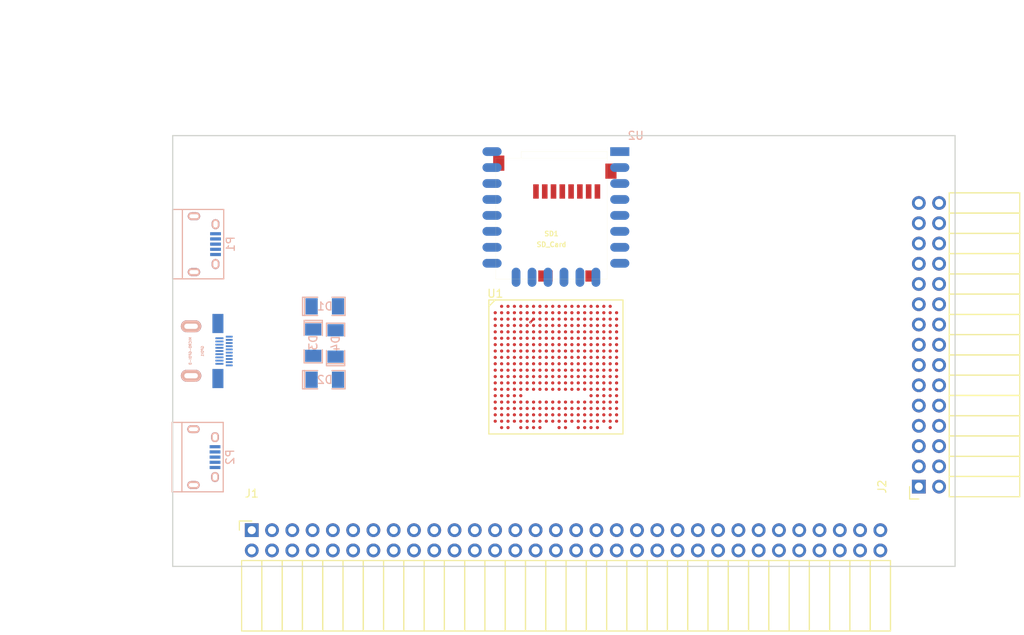
<source format=kicad_pcb>
(kicad_pcb (version 4) (host pcbnew 4.0.5+dfsg1-4)

  (general
    (links 198)
    (no_connects 198)
    (area 94.124999 37.124999 192.275001 91.275001)
    (thickness 1.6)
    (drawings 16)
    (tracks 5)
    (zones 0)
    (modules 12)
    (nets 44)
  )

  (page A4)
  (layers
    (0 F.Cu signal)
    (1 In1.Cu signal)
    (2 In2.Cu signal)
    (31 B.Cu signal)
    (32 B.Adhes user)
    (33 F.Adhes user)
    (34 B.Paste user)
    (35 F.Paste user)
    (36 B.SilkS user)
    (37 F.SilkS user)
    (38 B.Mask user)
    (39 F.Mask user)
    (40 Dwgs.User user)
    (41 Cmts.User user)
    (42 Eco1.User user)
    (43 Eco2.User user)
    (44 Edge.Cuts user)
    (45 Margin user)
    (46 B.CrtYd user)
    (47 F.CrtYd user)
    (48 B.Fab user)
    (49 F.Fab user)
  )

  (setup
    (last_trace_width 0.25)
    (trace_clearance 0.2)
    (zone_clearance 0.508)
    (zone_45_only no)
    (trace_min 0.2)
    (segment_width 0.2)
    (edge_width 0.15)
    (via_size 0.6)
    (via_drill 0.4)
    (via_min_size 0.4)
    (via_min_drill 0.3)
    (uvia_size 0.3)
    (uvia_drill 0.1)
    (uvias_allowed yes)
    (uvia_min_size 0.2)
    (uvia_min_drill 0.1)
    (pcb_text_width 0.3)
    (pcb_text_size 1.5 1.5)
    (mod_edge_width 0.15)
    (mod_text_size 1 1)
    (mod_text_width 0.15)
    (pad_size 1.524 1.524)
    (pad_drill 0.762)
    (pad_to_mask_clearance 0.2)
    (aux_axis_origin 0 0)
    (grid_origin 132.2 79.2)
    (visible_elements FFFFFF7F)
    (pcbplotparams
      (layerselection 0x00030_80000001)
      (usegerberextensions false)
      (excludeedgelayer true)
      (linewidth 0.100000)
      (plotframeref false)
      (viasonmask false)
      (mode 1)
      (useauxorigin false)
      (hpglpennumber 1)
      (hpglpenspeed 20)
      (hpglpendiameter 15)
      (hpglpenoverlay 2)
      (psnegative false)
      (psa4output false)
      (plotreference true)
      (plotvalue true)
      (plotinvisibletext false)
      (padsonsilk false)
      (subtractmaskfromsilk false)
      (outputformat 1)
      (mirror false)
      (drillshape 1)
      (scaleselection 1)
      (outputdirectory ""))
  )

  (net 0 "")
  (net 1 GND)
  (net 2 VCC)
  (net 3 /TDI)
  (net 4 /TCK)
  (net 5 /TMS)
  (net 6 /TDO)
  (net 7 "Net-(P1-Pad6)")
  (net 8 "Net-(P2-Pad6)")
  (net 9 +5V)
  (net 10 /USB5V)
  (net 11 "Net-(D4-Pad1)")
  (net 12 /gpio/IN5V)
  (net 13 /gpio/OUT5V)
  (net 14 /gpio/P5)
  (net 15 /gpio/P6)
  (net 16 /gpio/P7)
  (net 17 /gpio/P8)
  (net 18 /gpio/P11)
  (net 19 /gpio/P12)
  (net 20 /gpio/P13)
  (net 21 /gpio/P14)
  (net 22 /gpio/P17)
  (net 23 /gpio/P18)
  (net 24 /gpio/P19)
  (net 25 /gpio/P20)
  (net 26 /gpio/P21)
  (net 27 /gpio/P22)
  (net 28 /gpio/P23)
  (net 29 /gpio/P24)
  (net 30 /gpio/P25)
  (net 31 /gpio/P26)
  (net 32 /gpio/P27)
  (net 33 /gpio/P28)
  (net 34 /gpio/P29)
  (net 35 /gpio/P30)
  (net 36 /SD_3)
  (net 37 /MTMS)
  (net 38 /MTCK)
  (net 39 /MTDO)
  (net 40 /MTDI)
  (net 41 /gpio/P9)
  (net 42 /gpio/P10)
  (net 43 "Net-(GPDI1-PadSHD)")

  (net_class Default "This is the default net class."
    (clearance 0.2)
    (trace_width 0.25)
    (via_dia 0.6)
    (via_drill 0.4)
    (uvia_dia 0.3)
    (uvia_drill 0.1)
    (add_net +5V)
    (add_net /MTCK)
    (add_net /MTDI)
    (add_net /MTDO)
    (add_net /MTMS)
    (add_net /SD_3)
    (add_net /TCK)
    (add_net /TDI)
    (add_net /TDO)
    (add_net /TMS)
    (add_net /USB5V)
    (add_net /gpio/IN5V)
    (add_net /gpio/OUT5V)
    (add_net /gpio/P10)
    (add_net /gpio/P11)
    (add_net /gpio/P12)
    (add_net /gpio/P13)
    (add_net /gpio/P14)
    (add_net /gpio/P17)
    (add_net /gpio/P18)
    (add_net /gpio/P19)
    (add_net /gpio/P20)
    (add_net /gpio/P21)
    (add_net /gpio/P22)
    (add_net /gpio/P23)
    (add_net /gpio/P24)
    (add_net /gpio/P25)
    (add_net /gpio/P26)
    (add_net /gpio/P27)
    (add_net /gpio/P28)
    (add_net /gpio/P29)
    (add_net /gpio/P30)
    (add_net /gpio/P5)
    (add_net /gpio/P6)
    (add_net /gpio/P7)
    (add_net /gpio/P8)
    (add_net /gpio/P9)
    (add_net "Net-(D4-Pad1)")
    (add_net "Net-(GPDI1-PadSHD)")
    (add_net "Net-(P1-Pad6)")
    (add_net "Net-(P2-Pad6)")
    (add_net VCC)
  )

  (net_class BGA ""
    (clearance 0.1)
    (trace_width 0.2)
    (via_dia 0.6)
    (via_drill 0.4)
    (uvia_dia 0.3)
    (uvia_drill 0.1)
    (add_net GND)
  )

  (module ESP8266:ESP-12E (layer B.Cu) (tedit 559F8D21) (tstamp 56A95491)
    (at 150.2 39.2 180)
    (descr "Module, ESP-8266, ESP-12, 16 pad, SMD")
    (tags "Module ESP-8266 ESP8266")
    (path /56AC980A)
    (fp_text reference U2 (at -2 2 180) (layer B.SilkS)
      (effects (font (size 1 1) (thickness 0.15)) (justify mirror))
    )
    (fp_text value ESP-12E (at 8 -1 180) (layer B.Fab)
      (effects (font (size 1 1) (thickness 0.15)) (justify mirror))
    )
    (fp_line (start 16 8.4) (end 0 2.6) (layer B.CrtYd) (width 0.1524))
    (fp_line (start 0 8.4) (end 16 2.6) (layer B.CrtYd) (width 0.1524))
    (fp_text user "No Copper" (at 7.9 5.4 180) (layer B.CrtYd)
      (effects (font (size 1 1) (thickness 0.15)) (justify mirror))
    )
    (fp_line (start 0 8.4) (end 0 2.6) (layer B.CrtYd) (width 0.1524))
    (fp_line (start 0 2.6) (end 16 2.6) (layer B.CrtYd) (width 0.1524))
    (fp_line (start 16 2.6) (end 16 8.4) (layer B.CrtYd) (width 0.1524))
    (fp_line (start 16 8.4) (end 0 8.4) (layer B.CrtYd) (width 0.1524))
    (fp_line (start 16 8.4) (end 16 -15.6) (layer B.Fab) (width 0.1524))
    (fp_line (start 16 -15.6) (end 0 -15.6) (layer B.Fab) (width 0.1524))
    (fp_line (start 0 -15.6) (end 0 8.4) (layer B.Fab) (width 0.1524))
    (fp_line (start 0 8.4) (end 16 8.4) (layer B.Fab) (width 0.1524))
    (pad 9 smd oval (at 2.99 -15.75 90) (size 2.4 1.1) (layers B.Cu B.Paste B.Mask)
      (net 39 /MTDO))
    (pad 10 smd oval (at 4.99 -15.75 90) (size 2.4 1.1) (layers B.Cu B.Paste B.Mask)
      (net 40 /MTDI))
    (pad 11 smd oval (at 6.99 -15.75 90) (size 2.4 1.1) (layers B.Cu B.Paste B.Mask)
      (net 36 /SD_3))
    (pad 12 smd oval (at 8.99 -15.75 90) (size 2.4 1.1) (layers B.Cu B.Paste B.Mask)
      (net 37 /MTMS))
    (pad 13 smd oval (at 10.99 -15.75 90) (size 2.4 1.1) (layers B.Cu B.Paste B.Mask)
      (net 38 /MTCK))
    (pad 14 smd oval (at 12.99 -15.75 90) (size 2.4 1.1) (layers B.Cu B.Paste B.Mask))
    (pad 1 smd rect (at 0 0 180) (size 2.4 1.1) (layers B.Cu B.Paste B.Mask))
    (pad 2 smd oval (at 0 -2 180) (size 2.4 1.1) (layers B.Cu B.Paste B.Mask))
    (pad 3 smd oval (at 0 -4 180) (size 2.4 1.1) (layers B.Cu B.Paste B.Mask))
    (pad 4 smd oval (at 0 -6 180) (size 2.4 1.1) (layers B.Cu B.Paste B.Mask)
      (net 3 /TDI))
    (pad 5 smd oval (at 0 -8 180) (size 2.4 1.1) (layers B.Cu B.Paste B.Mask)
      (net 6 /TDO))
    (pad 6 smd oval (at 0 -10 180) (size 2.4 1.1) (layers B.Cu B.Paste B.Mask)
      (net 4 /TCK))
    (pad 7 smd oval (at 0 -12 180) (size 2.4 1.1) (layers B.Cu B.Paste B.Mask)
      (net 5 /TMS))
    (pad 8 smd oval (at 0 -14 180) (size 2.4 1.1) (layers B.Cu B.Paste B.Mask))
    (pad 15 smd oval (at 16 -14 180) (size 2.4 1.1) (layers B.Cu B.Paste B.Mask)
      (net 1 GND))
    (pad 16 smd oval (at 16 -12 180) (size 2.4 1.1) (layers B.Cu B.Paste B.Mask))
    (pad 17 smd oval (at 16 -10 180) (size 2.4 1.1) (layers B.Cu B.Paste B.Mask))
    (pad 18 smd oval (at 16 -8 180) (size 2.4 1.1) (layers B.Cu B.Paste B.Mask))
    (pad 19 smd oval (at 16 -6 180) (size 2.4 1.1) (layers B.Cu B.Paste B.Mask))
    (pad 20 smd oval (at 16 -4 180) (size 2.4 1.1) (layers B.Cu B.Paste B.Mask))
    (pad 21 smd oval (at 16 -2 180) (size 2.4 1.1) (layers B.Cu B.Paste B.Mask))
    (pad 22 smd oval (at 16 0 180) (size 2.4 1.1) (layers B.Cu B.Paste B.Mask))
    (model ${ESPLIB}/ESP8266.3dshapes/ESP-12.wrl
      (at (xyz 0.04 0 0))
      (scale (xyz 0.3937 0.3937 0.3937))
      (rotate (xyz 0 0 0))
    )
  )

  (module Connect:USB_Micro-B (layer B.Cu) (tedit 5543E447) (tstamp 56A9630A)
    (at 98 50.8 90)
    (descr "Micro USB Type B Receptacle")
    (tags "USB USB_B USB_micro USB_OTG")
    (path /56ACC213)
    (attr smd)
    (fp_text reference P1 (at 0 3.45 90) (layer B.SilkS)
      (effects (font (size 1 1) (thickness 0.15)) (justify mirror))
    )
    (fp_text value USB_FTDI (at 0 -4.8 90) (layer B.Fab)
      (effects (font (size 1 1) (thickness 0.15)) (justify mirror))
    )
    (fp_line (start -4.6 2.8) (end 4.6 2.8) (layer B.CrtYd) (width 0.05))
    (fp_line (start 4.6 2.8) (end 4.6 -4.05) (layer B.CrtYd) (width 0.05))
    (fp_line (start 4.6 -4.05) (end -4.6 -4.05) (layer B.CrtYd) (width 0.05))
    (fp_line (start -4.6 -4.05) (end -4.6 2.8) (layer B.CrtYd) (width 0.05))
    (fp_line (start -4.3509 -3.81746) (end 4.3491 -3.81746) (layer B.SilkS) (width 0.15))
    (fp_line (start -4.3509 2.58754) (end 4.3491 2.58754) (layer B.SilkS) (width 0.15))
    (fp_line (start 4.3491 2.58754) (end 4.3491 -3.81746) (layer B.SilkS) (width 0.15))
    (fp_line (start 4.3491 -2.58746) (end -4.3509 -2.58746) (layer B.SilkS) (width 0.15))
    (fp_line (start -4.3509 -3.81746) (end -4.3509 2.58754) (layer B.SilkS) (width 0.15))
    (pad 1 smd rect (at -1.3009 1.56254) (size 1.35 0.4) (layers B.Cu B.Paste B.Mask)
      (net 10 /USB5V))
    (pad 2 smd rect (at -0.6509 1.56254) (size 1.35 0.4) (layers B.Cu B.Paste B.Mask))
    (pad 3 smd rect (at -0.0009 1.56254) (size 1.35 0.4) (layers B.Cu B.Paste B.Mask))
    (pad 4 smd rect (at 0.6491 1.56254) (size 1.35 0.4) (layers B.Cu B.Paste B.Mask))
    (pad 5 smd rect (at 1.2991 1.56254) (size 1.35 0.4) (layers B.Cu B.Paste B.Mask))
    (pad 6 thru_hole oval (at -2.5009 1.56254) (size 0.95 1.25) (drill oval 0.55 0.85) (layers *.Cu *.Mask B.SilkS)
      (net 7 "Net-(P1-Pad6)"))
    (pad 6 thru_hole oval (at 2.4991 1.56254) (size 0.95 1.25) (drill oval 0.55 0.85) (layers *.Cu *.Mask B.SilkS)
      (net 7 "Net-(P1-Pad6)"))
    (pad 6 thru_hole oval (at -3.5009 -1.13746) (size 1.55 1) (drill oval 1.15 0.5) (layers *.Cu *.Mask B.SilkS)
      (net 7 "Net-(P1-Pad6)"))
    (pad 6 thru_hole oval (at 3.4991 -1.13746) (size 1.55 1) (drill oval 1.15 0.5) (layers *.Cu *.Mask B.SilkS)
      (net 7 "Net-(P1-Pad6)"))
  )

  (module Connect:USB_Micro-B (layer B.Cu) (tedit 5543E447) (tstamp 56A96317)
    (at 97.93746 77.4991 90)
    (descr "Micro USB Type B Receptacle")
    (tags "USB USB_B USB_micro USB_OTG")
    (path /56ACC38E)
    (attr smd)
    (fp_text reference P2 (at 0 3.45 90) (layer B.SilkS)
      (effects (font (size 1 1) (thickness 0.15)) (justify mirror))
    )
    (fp_text value USB_FPGA (at 0 -4.8 90) (layer B.Fab)
      (effects (font (size 1 1) (thickness 0.15)) (justify mirror))
    )
    (fp_line (start -4.6 2.8) (end 4.6 2.8) (layer B.CrtYd) (width 0.05))
    (fp_line (start 4.6 2.8) (end 4.6 -4.05) (layer B.CrtYd) (width 0.05))
    (fp_line (start 4.6 -4.05) (end -4.6 -4.05) (layer B.CrtYd) (width 0.05))
    (fp_line (start -4.6 -4.05) (end -4.6 2.8) (layer B.CrtYd) (width 0.05))
    (fp_line (start -4.3509 -3.81746) (end 4.3491 -3.81746) (layer B.SilkS) (width 0.15))
    (fp_line (start -4.3509 2.58754) (end 4.3491 2.58754) (layer B.SilkS) (width 0.15))
    (fp_line (start 4.3491 2.58754) (end 4.3491 -3.81746) (layer B.SilkS) (width 0.15))
    (fp_line (start 4.3491 -2.58746) (end -4.3509 -2.58746) (layer B.SilkS) (width 0.15))
    (fp_line (start -4.3509 -3.81746) (end -4.3509 2.58754) (layer B.SilkS) (width 0.15))
    (pad 1 smd rect (at -1.3009 1.56254) (size 1.35 0.4) (layers B.Cu B.Paste B.Mask)
      (net 11 "Net-(D4-Pad1)"))
    (pad 2 smd rect (at -0.6509 1.56254) (size 1.35 0.4) (layers B.Cu B.Paste B.Mask))
    (pad 3 smd rect (at -0.0009 1.56254) (size 1.35 0.4) (layers B.Cu B.Paste B.Mask))
    (pad 4 smd rect (at 0.6491 1.56254) (size 1.35 0.4) (layers B.Cu B.Paste B.Mask))
    (pad 5 smd rect (at 1.2991 1.56254) (size 1.35 0.4) (layers B.Cu B.Paste B.Mask))
    (pad 6 thru_hole oval (at -2.5009 1.56254) (size 0.95 1.25) (drill oval 0.55 0.85) (layers *.Cu *.Mask B.SilkS)
      (net 8 "Net-(P2-Pad6)"))
    (pad 6 thru_hole oval (at 2.4991 1.56254) (size 0.95 1.25) (drill oval 0.55 0.85) (layers *.Cu *.Mask B.SilkS)
      (net 8 "Net-(P2-Pad6)"))
    (pad 6 thru_hole oval (at -3.5009 -1.13746) (size 1.55 1) (drill oval 1.15 0.5) (layers *.Cu *.Mask B.SilkS)
      (net 8 "Net-(P2-Pad6)"))
    (pad 6 thru_hole oval (at 3.4991 -1.13746) (size 1.55 1) (drill oval 1.15 0.5) (layers *.Cu *.Mask B.SilkS)
      (net 8 "Net-(P2-Pad6)"))
  )

  (module micro-hdmi-d:MICRO-HDMI-D (layer B.Cu) (tedit 53F70906) (tstamp 56A965BA)
    (at 94.8 64.2 90)
    (path /56ACD5D4)
    (attr smd)
    (fp_text reference GPDI1 (at -0.025 3.125 90) (layer B.SilkS)
      (effects (font (size 0.3 0.3) (thickness 0.075)) (justify mirror))
    )
    (fp_text value MICRO-GPDI-D (at 0 1.6 90) (layer B.SilkS)
      (effects (font (size 0.3 0.3) (thickness 0.075)) (justify mirror))
    )
    (fp_line (start -3.3 0) (end -3.3 -0.7) (layer B.SilkS) (width 0.001))
    (fp_line (start -3.3 -0.7) (end 3.3 -0.7) (layer B.SilkS) (width 0.001))
    (fp_line (start 3.3 -0.7) (end 3.3 0) (layer B.SilkS) (width 0.001))
    (fp_line (start -3.3 0) (end -3.3 6.8) (layer B.SilkS) (width 0.001))
    (fp_line (start -3.3 6.8) (end 3.3 6.8) (layer B.SilkS) (width 0.001))
    (fp_line (start 3.3 6.8) (end 3.3 0) (layer B.SilkS) (width 0.001))
    (fp_line (start 3.3 0) (end -3.3 0) (layer B.SilkS) (width 0.001))
    (pad 1 smd rect (at 1.8 6.475 90) (size 0.23 0.85) (layers B.Cu B.Paste B.Mask))
    (pad 3 smd rect (at 1.4 6.475 90) (size 0.23 0.85) (layers B.Cu B.Paste B.Mask))
    (pad 5 smd rect (at 1 6.475 90) (size 0.23 0.85) (layers B.Cu B.Paste B.Mask))
    (pad 7 smd rect (at 0.6 6.475 90) (size 0.23 0.85) (layers B.Cu B.Paste B.Mask))
    (pad 9 smd rect (at 0.2 6.475 90) (size 0.23 0.85) (layers B.Cu B.Paste B.Mask))
    (pad 11 smd rect (at -0.2 6.475 90) (size 0.23 0.85) (layers B.Cu B.Paste B.Mask))
    (pad 13 smd rect (at -0.6 6.475 90) (size 0.23 0.85) (layers B.Cu B.Paste B.Mask))
    (pad 15 smd rect (at -1 6.475 90) (size 0.23 0.85) (layers B.Cu B.Paste B.Mask))
    (pad 17 smd rect (at -1.4 6.475 90) (size 0.23 0.85) (layers B.Cu B.Paste B.Mask))
    (pad 19 smd rect (at -1.8 6.475 90) (size 0.23 0.85) (layers B.Cu B.Paste B.Mask))
    (pad 2 smd rect (at 1.6 5.25 90) (size 0.23 1) (layers B.Cu B.Paste B.Mask))
    (pad 4 smd rect (at 1.2 5.25 90) (size 0.23 1) (layers B.Cu B.Paste B.Mask))
    (pad 6 smd rect (at 0.8 5.25 90) (size 0.23 1) (layers B.Cu B.Paste B.Mask))
    (pad 8 smd rect (at 0.4 5.25 90) (size 0.23 1) (layers B.Cu B.Paste B.Mask))
    (pad 10 smd rect (at 0 5.25 90) (size 0.23 1) (layers B.Cu B.Paste B.Mask))
    (pad 12 smd rect (at -0.4 5.25 90) (size 0.23 1) (layers B.Cu B.Paste B.Mask))
    (pad 14 smd rect (at -0.8 5.25 90) (size 0.23 1) (layers B.Cu B.Paste B.Mask))
    (pad 16 smd rect (at -1.2 5.25 90) (size 0.23 1) (layers B.Cu B.Paste B.Mask))
    (pad 18 smd rect (at -1.6 5.25 90) (size 0.23 1) (layers B.Cu B.Paste B.Mask))
    (pad SHD smd rect (at 3.45 5.06 90) (size 2.4 1.38) (layers B.Cu B.Paste B.Mask)
      (net 43 "Net-(GPDI1-PadSHD)"))
    (pad SHD smd rect (at -3.45 5.06 90) (size 2.4 1.38) (layers B.Cu B.Paste B.Mask)
      (net 43 "Net-(GPDI1-PadSHD)"))
    (pad "" thru_hole oval (at -3.1 1.7 90) (size 1.5 2.55) (drill oval 0.65 1.7) (layers *.Cu *.Mask B.SilkS))
    (pad "" thru_hole oval (at 3.1 1.7 90) (size 1.5 2.55) (drill oval 0.65 1.7) (layers *.Cu *.Mask B.SilkS))
  )

  (module micro-sd:MicroSD_TF02D (layer F.Cu) (tedit 52721666) (tstamp 56A966AB)
    (at 141.64 55.2 180)
    (path /56ACBF19)
    (fp_text reference SD1 (at 0 5.7 180) (layer F.SilkS)
      (effects (font (size 0.59944 0.59944) (thickness 0.12446)))
    )
    (fp_text value SD_Card (at 0 4.35 180) (layer F.SilkS)
      (effects (font (size 0.59944 0.59944) (thickness 0.12446)))
    )
    (fp_line (start 3.8 15.2) (end 3.8 16) (layer F.SilkS) (width 0.01016))
    (fp_line (start 3.8 16) (end -7 16) (layer F.SilkS) (width 0.01016))
    (fp_line (start -7 16) (end -7 15.2) (layer F.SilkS) (width 0.01016))
    (fp_line (start 7 0) (end 7 15.2) (layer F.SilkS) (width 0.01016))
    (fp_line (start 7 15.2) (end -7 15.2) (layer F.SilkS) (width 0.01016))
    (fp_line (start -7 15.2) (end -7 0) (layer F.SilkS) (width 0.01016))
    (fp_line (start -7 0) (end 7 0) (layer F.SilkS) (width 0.01016))
    (pad 1 smd rect (at 1.94 11 180) (size 0.7 1.8) (layers F.Cu F.Paste F.Mask)
      (net 36 /SD_3))
    (pad 2 smd rect (at 0.84 11 180) (size 0.7 1.8) (layers F.Cu F.Paste F.Mask)
      (net 37 /MTMS))
    (pad 3 smd rect (at -0.26 11 180) (size 0.7 1.8) (layers F.Cu F.Paste F.Mask))
    (pad 4 smd rect (at -1.36 11 180) (size 0.7 1.8) (layers F.Cu F.Paste F.Mask))
    (pad 5 smd rect (at -2.46 11 180) (size 0.7 1.8) (layers F.Cu F.Paste F.Mask)
      (net 38 /MTCK))
    (pad 6 smd rect (at -3.56 11 180) (size 0.7 1.8) (layers F.Cu F.Paste F.Mask))
    (pad 7 smd rect (at -4.66 11 180) (size 0.7 1.8) (layers F.Cu F.Paste F.Mask)
      (net 39 /MTDO))
    (pad 8 smd rect (at -5.76 11 180) (size 0.7 1.8) (layers F.Cu F.Paste F.Mask)
      (net 40 /MTDI))
    (pad S smd rect (at -5.05 0.4 180) (size 1.6 1.4) (layers F.Cu F.Paste F.Mask))
    (pad S smd rect (at 0.75 0.4 180) (size 1.8 1.4) (layers F.Cu F.Paste F.Mask))
    (pad G smd rect (at -7.45 13.55 180) (size 1.4 1.9) (layers F.Cu F.Paste F.Mask))
    (pad G smd rect (at 6.6 14.55 180) (size 1.4 1.9) (layers F.Cu F.Paste F.Mask))
  )

  (module SMD_Packages:SMD-1206_Pol (layer B.Cu) (tedit 0) (tstamp 56A9E50E)
    (at 111.8 63.149 270)
    (path /56AA1324)
    (attr smd)
    (fp_text reference D3 (at 0 0 270) (layer B.SilkS)
      (effects (font (size 1 1) (thickness 0.15)) (justify mirror))
    )
    (fp_text value 2A (at 0 0 270) (layer B.Fab)
      (effects (font (size 1 1) (thickness 0.15)) (justify mirror))
    )
    (fp_line (start -2.54 1.143) (end -2.794 1.143) (layer B.SilkS) (width 0.15))
    (fp_line (start -2.794 1.143) (end -2.794 -1.143) (layer B.SilkS) (width 0.15))
    (fp_line (start -2.794 -1.143) (end -2.54 -1.143) (layer B.SilkS) (width 0.15))
    (fp_line (start -2.54 1.143) (end -2.54 -1.143) (layer B.SilkS) (width 0.15))
    (fp_line (start -2.54 -1.143) (end -0.889 -1.143) (layer B.SilkS) (width 0.15))
    (fp_line (start 0.889 1.143) (end 2.54 1.143) (layer B.SilkS) (width 0.15))
    (fp_line (start 2.54 1.143) (end 2.54 -1.143) (layer B.SilkS) (width 0.15))
    (fp_line (start 2.54 -1.143) (end 0.889 -1.143) (layer B.SilkS) (width 0.15))
    (fp_line (start -0.889 1.143) (end -2.54 1.143) (layer B.SilkS) (width 0.15))
    (pad 1 smd rect (at -1.651 0 270) (size 1.524 2.032) (layers B.Cu B.Paste B.Mask)
      (net 9 +5V))
    (pad 2 smd rect (at 1.651 0 270) (size 1.524 2.032) (layers B.Cu B.Paste B.Mask)
      (net 10 /USB5V))
    (model SMD_Packages.3dshapes/SMD-1206_Pol.wrl
      (at (xyz 0 0 0))
      (scale (xyz 0.17 0.16 0.16))
      (rotate (xyz 0 0 0))
    )
  )

  (module SMD_Packages:SMD-1206_Pol (layer B.Cu) (tedit 0) (tstamp 56A9E514)
    (at 114.6 63.251 90)
    (path /56AA2821)
    (attr smd)
    (fp_text reference D4 (at 0 0 90) (layer B.SilkS)
      (effects (font (size 1 1) (thickness 0.15)) (justify mirror))
    )
    (fp_text value 2A (at 0 0 90) (layer B.Fab)
      (effects (font (size 1 1) (thickness 0.15)) (justify mirror))
    )
    (fp_line (start -2.54 1.143) (end -2.794 1.143) (layer B.SilkS) (width 0.15))
    (fp_line (start -2.794 1.143) (end -2.794 -1.143) (layer B.SilkS) (width 0.15))
    (fp_line (start -2.794 -1.143) (end -2.54 -1.143) (layer B.SilkS) (width 0.15))
    (fp_line (start -2.54 1.143) (end -2.54 -1.143) (layer B.SilkS) (width 0.15))
    (fp_line (start -2.54 -1.143) (end -0.889 -1.143) (layer B.SilkS) (width 0.15))
    (fp_line (start 0.889 1.143) (end 2.54 1.143) (layer B.SilkS) (width 0.15))
    (fp_line (start 2.54 1.143) (end 2.54 -1.143) (layer B.SilkS) (width 0.15))
    (fp_line (start 2.54 -1.143) (end 0.889 -1.143) (layer B.SilkS) (width 0.15))
    (fp_line (start -0.889 1.143) (end -2.54 1.143) (layer B.SilkS) (width 0.15))
    (pad 1 smd rect (at -1.651 0 90) (size 1.524 2.032) (layers B.Cu B.Paste B.Mask)
      (net 11 "Net-(D4-Pad1)"))
    (pad 2 smd rect (at 1.651 0 90) (size 1.524 2.032) (layers B.Cu B.Paste B.Mask)
      (net 9 +5V))
    (model SMD_Packages.3dshapes/SMD-1206_Pol.wrl
      (at (xyz 0 0 0))
      (scale (xyz 0.17 0.16 0.16))
      (rotate (xyz 0 0 0))
    )
  )

  (module lfe5bg381:BGA-381_pitch0.8mm_dia0.4mm (layer F.Cu) (tedit 56A8C998) (tstamp 56AA0CD9)
    (at 142.2 66.2)
    (path /56AA9804)
    (attr smd)
    (fp_text reference U1 (at -7.6 -9.2) (layer F.SilkS)
      (effects (font (size 1 1) (thickness 0.15)))
    )
    (fp_text value LFE5-BG381 (at 2 -9.2) (layer F.Fab)
      (effects (font (size 1 1) (thickness 0.15)))
    )
    (fp_line (start -8.4 8.4) (end 8.4 8.4) (layer F.SilkS) (width 0.15))
    (fp_line (start 8.4 8.4) (end 8.4 -8.4) (layer F.SilkS) (width 0.15))
    (fp_line (start 8.4 -8.4) (end -8.4 -8.4) (layer F.SilkS) (width 0.15))
    (fp_line (start -8.4 -8.4) (end -8.4 8.4) (layer F.SilkS) (width 0.15))
    (fp_line (start -7.6 -8.4) (end -8.4 -7.6) (layer F.SilkS) (width 0.15))
    (pad A2 smd circle (at -6.8 -7.6) (size 0.4 0.4) (layers F.Cu F.Paste F.Mask))
    (pad A3 smd circle (at -6 -7.6) (size 0.4 0.4) (layers F.Cu F.Paste F.Mask))
    (pad A4 smd circle (at -5.2 -7.6) (size 0.4 0.4) (layers F.Cu F.Paste F.Mask))
    (pad A5 smd circle (at -4.4 -7.6) (size 0.4 0.4) (layers F.Cu F.Paste F.Mask))
    (pad A6 smd circle (at -3.6 -7.6) (size 0.4 0.4) (layers F.Cu F.Paste F.Mask)
      (net 35 /gpio/P30))
    (pad A7 smd circle (at -2.8 -7.6) (size 0.4 0.4) (layers F.Cu F.Paste F.Mask)
      (net 23 /gpio/P18))
    (pad A8 smd circle (at -2 -7.6) (size 0.4 0.4) (layers F.Cu F.Paste F.Mask)
      (net 22 /gpio/P17))
    (pad A9 smd circle (at -1.2 -7.6) (size 0.4 0.4) (layers F.Cu F.Paste F.Mask)
      (net 42 /gpio/P10))
    (pad A10 smd circle (at -0.4 -7.6) (size 0.4 0.4) (layers F.Cu F.Paste F.Mask)
      (net 16 /gpio/P7))
    (pad A11 smd circle (at 0.4 -7.6) (size 0.4 0.4) (layers F.Cu F.Paste F.Mask)
      (net 17 /gpio/P8))
    (pad A12 smd circle (at 1.2 -7.6) (size 0.4 0.4) (layers F.Cu F.Paste F.Mask))
    (pad A13 smd circle (at 2 -7.6) (size 0.4 0.4) (layers F.Cu F.Paste F.Mask))
    (pad A14 smd circle (at 2.8 -7.6) (size 0.4 0.4) (layers F.Cu F.Paste F.Mask))
    (pad A15 smd circle (at 3.6 -7.6) (size 0.4 0.4) (layers F.Cu F.Paste F.Mask))
    (pad A16 smd circle (at 4.4 -7.6) (size 0.4 0.4) (layers F.Cu F.Paste F.Mask))
    (pad A17 smd circle (at 5.2 -7.6) (size 0.4 0.4) (layers F.Cu F.Paste F.Mask))
    (pad A18 smd circle (at 6 -7.6) (size 0.4 0.4) (layers F.Cu F.Paste F.Mask))
    (pad A19 smd circle (at 6.8 -7.6) (size 0.4 0.4) (layers F.Cu F.Paste F.Mask))
    (pad B1 smd circle (at -7.6 -6.8) (size 0.4 0.4) (layers F.Cu F.Paste F.Mask))
    (pad B2 smd circle (at -6.8 -6.8) (size 0.4 0.4) (layers F.Cu F.Paste F.Mask))
    (pad B3 smd circle (at -6 -6.8) (size 0.4 0.4) (layers F.Cu F.Paste F.Mask))
    (pad B4 smd circle (at -5.2 -6.8) (size 0.4 0.4) (layers F.Cu F.Paste F.Mask))
    (pad B5 smd circle (at -4.4 -6.8) (size 0.4 0.4) (layers F.Cu F.Paste F.Mask))
    (pad B6 smd circle (at -3.6 -6.8) (size 0.4 0.4) (layers F.Cu F.Paste F.Mask)
      (net 34 /gpio/P29))
    (pad B7 smd circle (at -2.8 -6.8) (size 0.4 0.4) (layers F.Cu F.Paste F.Mask)
      (net 1 GND))
    (pad B8 smd circle (at -2 -6.8) (size 0.4 0.4) (layers F.Cu F.Paste F.Mask)
      (net 24 /gpio/P19))
    (pad B9 smd circle (at -1.2 -6.8) (size 0.4 0.4) (layers F.Cu F.Paste F.Mask)
      (net 19 /gpio/P12))
    (pad B10 smd circle (at -0.4 -6.8) (size 0.4 0.4) (layers F.Cu F.Paste F.Mask)
      (net 41 /gpio/P9))
    (pad B11 smd circle (at 0.4 -6.8) (size 0.4 0.4) (layers F.Cu F.Paste F.Mask)
      (net 14 /gpio/P5))
    (pad B12 smd circle (at 1.2 -6.8) (size 0.4 0.4) (layers F.Cu F.Paste F.Mask))
    (pad B13 smd circle (at 2 -6.8) (size 0.4 0.4) (layers F.Cu F.Paste F.Mask))
    (pad B14 smd circle (at 2.8 -6.8) (size 0.4 0.4) (layers F.Cu F.Paste F.Mask)
      (net 1 GND))
    (pad B15 smd circle (at 3.6 -6.8) (size 0.4 0.4) (layers F.Cu F.Paste F.Mask))
    (pad B16 smd circle (at 4.4 -6.8) (size 0.4 0.4) (layers F.Cu F.Paste F.Mask))
    (pad B17 smd circle (at 5.2 -6.8) (size 0.4 0.4) (layers F.Cu F.Paste F.Mask))
    (pad B18 smd circle (at 6 -6.8) (size 0.4 0.4) (layers F.Cu F.Paste F.Mask))
    (pad B19 smd circle (at 6.8 -6.8) (size 0.4 0.4) (layers F.Cu F.Paste F.Mask))
    (pad B20 smd circle (at 7.6 -6.8) (size 0.4 0.4) (layers F.Cu F.Paste F.Mask))
    (pad C1 smd circle (at -7.6 -6) (size 0.4 0.4) (layers F.Cu F.Paste F.Mask))
    (pad C2 smd circle (at -6.8 -6) (size 0.4 0.4) (layers F.Cu F.Paste F.Mask))
    (pad C3 smd circle (at -6 -6) (size 0.4 0.4) (layers F.Cu F.Paste F.Mask))
    (pad C4 smd circle (at -5.2 -6) (size 0.4 0.4) (layers F.Cu F.Paste F.Mask))
    (pad C5 smd circle (at -4.4 -6) (size 0.4 0.4) (layers F.Cu F.Paste F.Mask))
    (pad C6 smd circle (at -3.6 -6) (size 0.4 0.4) (layers F.Cu F.Paste F.Mask)
      (net 29 /gpio/P24))
    (pad C7 smd circle (at -2.8 -6) (size 0.4 0.4) (layers F.Cu F.Paste F.Mask)
      (net 28 /gpio/P23))
    (pad C8 smd circle (at -2 -6) (size 0.4 0.4) (layers F.Cu F.Paste F.Mask)
      (net 25 /gpio/P20))
    (pad C9 smd circle (at -1.2 -6) (size 0.4 0.4) (layers F.Cu F.Paste F.Mask))
    (pad C10 smd circle (at -0.4 -6) (size 0.4 0.4) (layers F.Cu F.Paste F.Mask)
      (net 18 /gpio/P11))
    (pad C11 smd circle (at 0.4 -6) (size 0.4 0.4) (layers F.Cu F.Paste F.Mask)
      (net 15 /gpio/P6))
    (pad C12 smd circle (at 1.2 -6) (size 0.4 0.4) (layers F.Cu F.Paste F.Mask))
    (pad C13 smd circle (at 2 -6) (size 0.4 0.4) (layers F.Cu F.Paste F.Mask))
    (pad C14 smd circle (at 2.8 -6) (size 0.4 0.4) (layers F.Cu F.Paste F.Mask))
    (pad C15 smd circle (at 3.6 -6) (size 0.4 0.4) (layers F.Cu F.Paste F.Mask))
    (pad C16 smd circle (at 4.4 -6) (size 0.4 0.4) (layers F.Cu F.Paste F.Mask))
    (pad C17 smd circle (at 5.2 -6) (size 0.4 0.4) (layers F.Cu F.Paste F.Mask))
    (pad C18 smd circle (at 6 -6) (size 0.4 0.4) (layers F.Cu F.Paste F.Mask))
    (pad C19 smd circle (at 6.8 -6) (size 0.4 0.4) (layers F.Cu F.Paste F.Mask)
      (net 1 GND))
    (pad C20 smd circle (at 7.6 -6) (size 0.4 0.4) (layers F.Cu F.Paste F.Mask))
    (pad D1 smd circle (at -7.6 -5.2) (size 0.4 0.4) (layers F.Cu F.Paste F.Mask))
    (pad D2 smd circle (at -6.8 -5.2) (size 0.4 0.4) (layers F.Cu F.Paste F.Mask))
    (pad D3 smd circle (at -6 -5.2) (size 0.4 0.4) (layers F.Cu F.Paste F.Mask))
    (pad D4 smd circle (at -5.2 -5.2) (size 0.4 0.4) (layers F.Cu F.Paste F.Mask)
      (net 1 GND))
    (pad D5 smd circle (at -4.4 -5.2) (size 0.4 0.4) (layers F.Cu F.Paste F.Mask))
    (pad D6 smd circle (at -3.6 -5.2) (size 0.4 0.4) (layers F.Cu F.Paste F.Mask)
      (net 32 /gpio/P27))
    (pad D7 smd circle (at -2.8 -5.2) (size 0.4 0.4) (layers F.Cu F.Paste F.Mask)
      (net 30 /gpio/P25))
    (pad D8 smd circle (at -2 -5.2) (size 0.4 0.4) (layers F.Cu F.Paste F.Mask)
      (net 26 /gpio/P21))
    (pad D9 smd circle (at -1.2 -5.2) (size 0.4 0.4) (layers F.Cu F.Paste F.Mask)
      (net 21 /gpio/P14))
    (pad D10 smd circle (at -0.4 -5.2) (size 0.4 0.4) (layers F.Cu F.Paste F.Mask))
    (pad D11 smd circle (at 0.4 -5.2) (size 0.4 0.4) (layers F.Cu F.Paste F.Mask))
    (pad D12 smd circle (at 1.2 -5.2) (size 0.4 0.4) (layers F.Cu F.Paste F.Mask))
    (pad D13 smd circle (at 2 -5.2) (size 0.4 0.4) (layers F.Cu F.Paste F.Mask))
    (pad D14 smd circle (at 2.8 -5.2) (size 0.4 0.4) (layers F.Cu F.Paste F.Mask))
    (pad D15 smd circle (at 3.6 -5.2) (size 0.4 0.4) (layers F.Cu F.Paste F.Mask))
    (pad D16 smd circle (at 4.4 -5.2) (size 0.4 0.4) (layers F.Cu F.Paste F.Mask))
    (pad D17 smd circle (at 5.2 -5.2) (size 0.4 0.4) (layers F.Cu F.Paste F.Mask))
    (pad D18 smd circle (at 6 -5.2) (size 0.4 0.4) (layers F.Cu F.Paste F.Mask))
    (pad D19 smd circle (at 6.8 -5.2) (size 0.4 0.4) (layers F.Cu F.Paste F.Mask))
    (pad D20 smd circle (at 7.6 -5.2) (size 0.4 0.4) (layers F.Cu F.Paste F.Mask))
    (pad E1 smd circle (at -7.6 -4.4) (size 0.4 0.4) (layers F.Cu F.Paste F.Mask))
    (pad E2 smd circle (at -6.8 -4.4) (size 0.4 0.4) (layers F.Cu F.Paste F.Mask))
    (pad E3 smd circle (at -6 -4.4) (size 0.4 0.4) (layers F.Cu F.Paste F.Mask))
    (pad E4 smd circle (at -5.2 -4.4) (size 0.4 0.4) (layers F.Cu F.Paste F.Mask))
    (pad E5 smd circle (at -4.4 -4.4) (size 0.4 0.4) (layers F.Cu F.Paste F.Mask))
    (pad E6 smd circle (at -3.6 -4.4) (size 0.4 0.4) (layers F.Cu F.Paste F.Mask)
      (net 33 /gpio/P28))
    (pad E7 smd circle (at -2.8 -4.4) (size 0.4 0.4) (layers F.Cu F.Paste F.Mask)
      (net 31 /gpio/P26))
    (pad E8 smd circle (at -2 -4.4) (size 0.4 0.4) (layers F.Cu F.Paste F.Mask)
      (net 27 /gpio/P22))
    (pad E9 smd circle (at -1.2 -4.4) (size 0.4 0.4) (layers F.Cu F.Paste F.Mask)
      (net 20 /gpio/P13))
    (pad E10 smd circle (at -0.4 -4.4) (size 0.4 0.4) (layers F.Cu F.Paste F.Mask))
    (pad E11 smd circle (at 0.4 -4.4) (size 0.4 0.4) (layers F.Cu F.Paste F.Mask))
    (pad E12 smd circle (at 1.2 -4.4) (size 0.4 0.4) (layers F.Cu F.Paste F.Mask))
    (pad E13 smd circle (at 2 -4.4) (size 0.4 0.4) (layers F.Cu F.Paste F.Mask))
    (pad E14 smd circle (at 2.8 -4.4) (size 0.4 0.4) (layers F.Cu F.Paste F.Mask))
    (pad E15 smd circle (at 3.6 -4.4) (size 0.4 0.4) (layers F.Cu F.Paste F.Mask))
    (pad E16 smd circle (at 4.4 -4.4) (size 0.4 0.4) (layers F.Cu F.Paste F.Mask))
    (pad E17 smd circle (at 5.2 -4.4) (size 0.4 0.4) (layers F.Cu F.Paste F.Mask))
    (pad E18 smd circle (at 6 -4.4) (size 0.4 0.4) (layers F.Cu F.Paste F.Mask))
    (pad E19 smd circle (at 6.8 -4.4) (size 0.4 0.4) (layers F.Cu F.Paste F.Mask))
    (pad E20 smd circle (at 7.6 -4.4) (size 0.4 0.4) (layers F.Cu F.Paste F.Mask))
    (pad F1 smd circle (at -7.6 -3.6) (size 0.4 0.4) (layers F.Cu F.Paste F.Mask))
    (pad F2 smd circle (at -6.8 -3.6) (size 0.4 0.4) (layers F.Cu F.Paste F.Mask))
    (pad F3 smd circle (at -6 -3.6) (size 0.4 0.4) (layers F.Cu F.Paste F.Mask))
    (pad F4 smd circle (at -5.2 -3.6) (size 0.4 0.4) (layers F.Cu F.Paste F.Mask))
    (pad F5 smd circle (at -4.4 -3.6) (size 0.4 0.4) (layers F.Cu F.Paste F.Mask))
    (pad F6 smd circle (at -3.6 -3.6) (size 0.4 0.4) (layers F.Cu F.Paste F.Mask)
      (net 2 VCC))
    (pad F7 smd circle (at -2.8 -3.6) (size 0.4 0.4) (layers F.Cu F.Paste F.Mask)
      (net 1 GND))
    (pad F8 smd circle (at -2 -3.6) (size 0.4 0.4) (layers F.Cu F.Paste F.Mask)
      (net 1 GND))
    (pad F9 smd circle (at -1.2 -3.6) (size 0.4 0.4) (layers F.Cu F.Paste F.Mask)
      (net 2 VCC))
    (pad F10 smd circle (at -0.4 -3.6) (size 0.4 0.4) (layers F.Cu F.Paste F.Mask)
      (net 2 VCC))
    (pad F11 smd circle (at 0.4 -3.6) (size 0.4 0.4) (layers F.Cu F.Paste F.Mask)
      (net 2 VCC))
    (pad F12 smd circle (at 1.2 -3.6) (size 0.4 0.4) (layers F.Cu F.Paste F.Mask)
      (net 2 VCC))
    (pad F13 smd circle (at 2 -3.6) (size 0.4 0.4) (layers F.Cu F.Paste F.Mask)
      (net 1 GND))
    (pad F14 smd circle (at 2.8 -3.6) (size 0.4 0.4) (layers F.Cu F.Paste F.Mask)
      (net 1 GND))
    (pad F15 smd circle (at 3.6 -3.6) (size 0.4 0.4) (layers F.Cu F.Paste F.Mask)
      (net 2 VCC))
    (pad F16 smd circle (at 4.4 -3.6) (size 0.4 0.4) (layers F.Cu F.Paste F.Mask))
    (pad F17 smd circle (at 5.2 -3.6) (size 0.4 0.4) (layers F.Cu F.Paste F.Mask))
    (pad F18 smd circle (at 6 -3.6) (size 0.4 0.4) (layers F.Cu F.Paste F.Mask))
    (pad F19 smd circle (at 6.8 -3.6) (size 0.4 0.4) (layers F.Cu F.Paste F.Mask))
    (pad F20 smd circle (at 7.6 -3.6) (size 0.4 0.4) (layers F.Cu F.Paste F.Mask))
    (pad G1 smd circle (at -7.6 -2.8) (size 0.4 0.4) (layers F.Cu F.Paste F.Mask))
    (pad G2 smd circle (at -6.8 -2.8) (size 0.4 0.4) (layers F.Cu F.Paste F.Mask))
    (pad G3 smd circle (at -6 -2.8) (size 0.4 0.4) (layers F.Cu F.Paste F.Mask))
    (pad G4 smd circle (at -5.2 -2.8) (size 0.4 0.4) (layers F.Cu F.Paste F.Mask)
      (net 1 GND))
    (pad G5 smd circle (at -4.4 -2.8) (size 0.4 0.4) (layers F.Cu F.Paste F.Mask))
    (pad G6 smd circle (at -3.6 -2.8) (size 0.4 0.4) (layers F.Cu F.Paste F.Mask)
      (net 1 GND))
    (pad G7 smd circle (at -2.8 -2.8) (size 0.4 0.4) (layers F.Cu F.Paste F.Mask)
      (net 1 GND))
    (pad G8 smd circle (at -2 -2.8) (size 0.4 0.4) (layers F.Cu F.Paste F.Mask)
      (net 1 GND))
    (pad G9 smd circle (at -1.2 -2.8) (size 0.4 0.4) (layers F.Cu F.Paste F.Mask)
      (net 1 GND))
    (pad G10 smd circle (at -0.4 -2.8) (size 0.4 0.4) (layers F.Cu F.Paste F.Mask)
      (net 1 GND))
    (pad G11 smd circle (at 0.4 -2.8) (size 0.4 0.4) (layers F.Cu F.Paste F.Mask)
      (net 1 GND))
    (pad G12 smd circle (at 1.2 -2.8) (size 0.4 0.4) (layers F.Cu F.Paste F.Mask)
      (net 1 GND))
    (pad G13 smd circle (at 2 -2.8) (size 0.4 0.4) (layers F.Cu F.Paste F.Mask)
      (net 1 GND))
    (pad G14 smd circle (at 2.8 -2.8) (size 0.4 0.4) (layers F.Cu F.Paste F.Mask)
      (net 1 GND))
    (pad G15 smd circle (at 3.6 -2.8) (size 0.4 0.4) (layers F.Cu F.Paste F.Mask)
      (net 1 GND))
    (pad G16 smd circle (at 4.4 -2.8) (size 0.4 0.4) (layers F.Cu F.Paste F.Mask))
    (pad G17 smd circle (at 5.2 -2.8) (size 0.4 0.4) (layers F.Cu F.Paste F.Mask)
      (net 1 GND))
    (pad G18 smd circle (at 6 -2.8) (size 0.4 0.4) (layers F.Cu F.Paste F.Mask))
    (pad G19 smd circle (at 6.8 -2.8) (size 0.4 0.4) (layers F.Cu F.Paste F.Mask))
    (pad G20 smd circle (at 7.6 -2.8) (size 0.4 0.4) (layers F.Cu F.Paste F.Mask))
    (pad H1 smd circle (at -7.6 -2) (size 0.4 0.4) (layers F.Cu F.Paste F.Mask))
    (pad H2 smd circle (at -6.8 -2) (size 0.4 0.4) (layers F.Cu F.Paste F.Mask))
    (pad H3 smd circle (at -6 -2) (size 0.4 0.4) (layers F.Cu F.Paste F.Mask))
    (pad H4 smd circle (at -5.2 -2) (size 0.4 0.4) (layers F.Cu F.Paste F.Mask))
    (pad H5 smd circle (at -4.4 -2) (size 0.4 0.4) (layers F.Cu F.Paste F.Mask))
    (pad H6 smd circle (at -3.6 -2) (size 0.4 0.4) (layers F.Cu F.Paste F.Mask)
      (net 2 VCC))
    (pad H7 smd circle (at -2.8 -2) (size 0.4 0.4) (layers F.Cu F.Paste F.Mask)
      (net 2 VCC))
    (pad H8 smd circle (at -2 -2) (size 0.4 0.4) (layers F.Cu F.Paste F.Mask)
      (net 2 VCC))
    (pad H9 smd circle (at -1.2 -2) (size 0.4 0.4) (layers F.Cu F.Paste F.Mask)
      (net 2 VCC))
    (pad H10 smd circle (at -0.4 -2) (size 0.4 0.4) (layers F.Cu F.Paste F.Mask)
      (net 2 VCC))
    (pad H11 smd circle (at 0.4 -2) (size 0.4 0.4) (layers F.Cu F.Paste F.Mask)
      (net 2 VCC))
    (pad H12 smd circle (at 1.2 -2) (size 0.4 0.4) (layers F.Cu F.Paste F.Mask)
      (net 2 VCC))
    (pad H13 smd circle (at 2 -2) (size 0.4 0.4) (layers F.Cu F.Paste F.Mask)
      (net 2 VCC))
    (pad H14 smd circle (at 2.8 -2) (size 0.4 0.4) (layers F.Cu F.Paste F.Mask)
      (net 2 VCC))
    (pad H15 smd circle (at 3.6 -2) (size 0.4 0.4) (layers F.Cu F.Paste F.Mask)
      (net 2 VCC))
    (pad H16 smd circle (at 4.4 -2) (size 0.4 0.4) (layers F.Cu F.Paste F.Mask))
    (pad H17 smd circle (at 5.2 -2) (size 0.4 0.4) (layers F.Cu F.Paste F.Mask))
    (pad H18 smd circle (at 6 -2) (size 0.4 0.4) (layers F.Cu F.Paste F.Mask))
    (pad H19 smd circle (at 6.8 -2) (size 0.4 0.4) (layers F.Cu F.Paste F.Mask)
      (net 1 GND))
    (pad H20 smd circle (at 7.6 -2) (size 0.4 0.4) (layers F.Cu F.Paste F.Mask))
    (pad J1 smd circle (at -7.6 -1.2) (size 0.4 0.4) (layers F.Cu F.Paste F.Mask))
    (pad J2 smd circle (at -6.8 -1.2) (size 0.4 0.4) (layers F.Cu F.Paste F.Mask)
      (net 1 GND))
    (pad J3 smd circle (at -6 -1.2) (size 0.4 0.4) (layers F.Cu F.Paste F.Mask))
    (pad J4 smd circle (at -5.2 -1.2) (size 0.4 0.4) (layers F.Cu F.Paste F.Mask))
    (pad J5 smd circle (at -4.4 -1.2) (size 0.4 0.4) (layers F.Cu F.Paste F.Mask))
    (pad J6 smd circle (at -3.6 -1.2) (size 0.4 0.4) (layers F.Cu F.Paste F.Mask)
      (net 2 VCC))
    (pad J7 smd circle (at -2.8 -1.2) (size 0.4 0.4) (layers F.Cu F.Paste F.Mask)
      (net 1 GND))
    (pad J8 smd circle (at -2 -1.2) (size 0.4 0.4) (layers F.Cu F.Paste F.Mask)
      (net 2 VCC))
    (pad J9 smd circle (at -1.2 -1.2) (size 0.4 0.4) (layers F.Cu F.Paste F.Mask)
      (net 1 GND))
    (pad J10 smd circle (at -0.4 -1.2) (size 0.4 0.4) (layers F.Cu F.Paste F.Mask)
      (net 1 GND))
    (pad J11 smd circle (at 0.4 -1.2) (size 0.4 0.4) (layers F.Cu F.Paste F.Mask)
      (net 1 GND))
    (pad J12 smd circle (at 1.2 -1.2) (size 0.4 0.4) (layers F.Cu F.Paste F.Mask)
      (net 1 GND))
    (pad J13 smd circle (at 2 -1.2) (size 0.4 0.4) (layers F.Cu F.Paste F.Mask)
      (net 2 VCC))
    (pad J14 smd circle (at 2.8 -1.2) (size 0.4 0.4) (layers F.Cu F.Paste F.Mask)
      (net 1 GND))
    (pad J15 smd circle (at 3.6 -1.2) (size 0.4 0.4) (layers F.Cu F.Paste F.Mask)
      (net 2 VCC))
    (pad J16 smd circle (at 4.4 -1.2) (size 0.4 0.4) (layers F.Cu F.Paste F.Mask))
    (pad J17 smd circle (at 5.2 -1.2) (size 0.4 0.4) (layers F.Cu F.Paste F.Mask))
    (pad J18 smd circle (at 6 -1.2) (size 0.4 0.4) (layers F.Cu F.Paste F.Mask))
    (pad J19 smd circle (at 6.8 -1.2) (size 0.4 0.4) (layers F.Cu F.Paste F.Mask))
    (pad J20 smd circle (at 7.6 -1.2) (size 0.4 0.4) (layers F.Cu F.Paste F.Mask))
    (pad K1 smd circle (at -7.6 -0.4) (size 0.4 0.4) (layers F.Cu F.Paste F.Mask))
    (pad K2 smd circle (at -6.8 -0.4) (size 0.4 0.4) (layers F.Cu F.Paste F.Mask))
    (pad K3 smd circle (at -6 -0.4) (size 0.4 0.4) (layers F.Cu F.Paste F.Mask))
    (pad K4 smd circle (at -5.2 -0.4) (size 0.4 0.4) (layers F.Cu F.Paste F.Mask))
    (pad K5 smd circle (at -4.4 -0.4) (size 0.4 0.4) (layers F.Cu F.Paste F.Mask))
    (pad K6 smd circle (at -3.6 -0.4) (size 0.4 0.4) (layers F.Cu F.Paste F.Mask)
      (net 1 GND))
    (pad K7 smd circle (at -2.8 -0.4) (size 0.4 0.4) (layers F.Cu F.Paste F.Mask)
      (net 1 GND))
    (pad K8 smd circle (at -2 -0.4) (size 0.4 0.4) (layers F.Cu F.Paste F.Mask)
      (net 2 VCC))
    (pad K9 smd circle (at -1.2 -0.4) (size 0.4 0.4) (layers F.Cu F.Paste F.Mask)
      (net 1 GND))
    (pad K10 smd circle (at -0.4 -0.4) (size 0.4 0.4) (layers F.Cu F.Paste F.Mask)
      (net 1 GND))
    (pad K11 smd circle (at 0.4 -0.4) (size 0.4 0.4) (layers F.Cu F.Paste F.Mask)
      (net 1 GND))
    (pad K12 smd circle (at 1.2 -0.4) (size 0.4 0.4) (layers F.Cu F.Paste F.Mask)
      (net 1 GND))
    (pad K13 smd circle (at 2 -0.4) (size 0.4 0.4) (layers F.Cu F.Paste F.Mask)
      (net 2 VCC))
    (pad K14 smd circle (at 2.8 -0.4) (size 0.4 0.4) (layers F.Cu F.Paste F.Mask)
      (net 1 GND))
    (pad K15 smd circle (at 3.6 -0.4) (size 0.4 0.4) (layers F.Cu F.Paste F.Mask)
      (net 1 GND))
    (pad K16 smd circle (at 4.4 -0.4) (size 0.4 0.4) (layers F.Cu F.Paste F.Mask))
    (pad K17 smd circle (at 5.2 -0.4) (size 0.4 0.4) (layers F.Cu F.Paste F.Mask))
    (pad K18 smd circle (at 6 -0.4) (size 0.4 0.4) (layers F.Cu F.Paste F.Mask))
    (pad K19 smd circle (at 6.8 -0.4) (size 0.4 0.4) (layers F.Cu F.Paste F.Mask))
    (pad K20 smd circle (at 7.6 -0.4) (size 0.4 0.4) (layers F.Cu F.Paste F.Mask))
    (pad L1 smd circle (at -7.6 0.4) (size 0.4 0.4) (layers F.Cu F.Paste F.Mask))
    (pad L2 smd circle (at -6.8 0.4) (size 0.4 0.4) (layers F.Cu F.Paste F.Mask))
    (pad L3 smd circle (at -6 0.4) (size 0.4 0.4) (layers F.Cu F.Paste F.Mask))
    (pad L4 smd circle (at -5.2 0.4) (size 0.4 0.4) (layers F.Cu F.Paste F.Mask))
    (pad L5 smd circle (at -4.4 0.4) (size 0.4 0.4) (layers F.Cu F.Paste F.Mask))
    (pad L6 smd circle (at -3.6 0.4) (size 0.4 0.4) (layers F.Cu F.Paste F.Mask)
      (net 2 VCC))
    (pad L7 smd circle (at -2.8 0.4) (size 0.4 0.4) (layers F.Cu F.Paste F.Mask)
      (net 2 VCC))
    (pad L8 smd circle (at -2 0.4) (size 0.4 0.4) (layers F.Cu F.Paste F.Mask)
      (net 2 VCC))
    (pad L9 smd circle (at -1.2 0.4) (size 0.4 0.4) (layers F.Cu F.Paste F.Mask)
      (net 1 GND))
    (pad L10 smd circle (at -0.4 0.4) (size 0.4 0.4) (layers F.Cu F.Paste F.Mask)
      (net 1 GND))
    (pad L11 smd circle (at 0.4 0.4) (size 0.4 0.4) (layers F.Cu F.Paste F.Mask)
      (net 1 GND))
    (pad L12 smd circle (at 1.2 0.4) (size 0.4 0.4) (layers F.Cu F.Paste F.Mask)
      (net 1 GND))
    (pad L13 smd circle (at 2 0.4) (size 0.4 0.4) (layers F.Cu F.Paste F.Mask)
      (net 2 VCC))
    (pad L14 smd circle (at 2.8 0.4) (size 0.4 0.4) (layers F.Cu F.Paste F.Mask)
      (net 2 VCC))
    (pad L15 smd circle (at 3.6 0.4) (size 0.4 0.4) (layers F.Cu F.Paste F.Mask)
      (net 2 VCC))
    (pad L16 smd circle (at 4.4 0.4) (size 0.4 0.4) (layers F.Cu F.Paste F.Mask))
    (pad L17 smd circle (at 5.2 0.4) (size 0.4 0.4) (layers F.Cu F.Paste F.Mask))
    (pad L18 smd circle (at 6 0.4) (size 0.4 0.4) (layers F.Cu F.Paste F.Mask))
    (pad L19 smd circle (at 6.8 0.4) (size 0.4 0.4) (layers F.Cu F.Paste F.Mask))
    (pad L20 smd circle (at 7.6 0.4) (size 0.4 0.4) (layers F.Cu F.Paste F.Mask))
    (pad M1 smd circle (at -7.6 1.2) (size 0.4 0.4) (layers F.Cu F.Paste F.Mask))
    (pad M2 smd circle (at -6.8 1.2) (size 0.4 0.4) (layers F.Cu F.Paste F.Mask)
      (net 1 GND))
    (pad M3 smd circle (at -6 1.2) (size 0.4 0.4) (layers F.Cu F.Paste F.Mask))
    (pad M4 smd circle (at -5.2 1.2) (size 0.4 0.4) (layers F.Cu F.Paste F.Mask))
    (pad M5 smd circle (at -4.4 1.2) (size 0.4 0.4) (layers F.Cu F.Paste F.Mask))
    (pad M6 smd circle (at -3.6 1.2) (size 0.4 0.4) (layers F.Cu F.Paste F.Mask)
      (net 2 VCC))
    (pad M7 smd circle (at -2.8 1.2) (size 0.4 0.4) (layers F.Cu F.Paste F.Mask)
      (net 1 GND))
    (pad M8 smd circle (at -2 1.2) (size 0.4 0.4) (layers F.Cu F.Paste F.Mask)
      (net 2 VCC))
    (pad M9 smd circle (at -1.2 1.2) (size 0.4 0.4) (layers F.Cu F.Paste F.Mask)
      (net 1 GND))
    (pad M10 smd circle (at -0.4 1.2) (size 0.4 0.4) (layers F.Cu F.Paste F.Mask)
      (net 1 GND))
    (pad M11 smd circle (at 0.4 1.2) (size 0.4 0.4) (layers F.Cu F.Paste F.Mask)
      (net 1 GND))
    (pad M12 smd circle (at 1.2 1.2) (size 0.4 0.4) (layers F.Cu F.Paste F.Mask)
      (net 1 GND))
    (pad M13 smd circle (at 2 1.2) (size 0.4 0.4) (layers F.Cu F.Paste F.Mask)
      (net 2 VCC))
    (pad M14 smd circle (at 2.8 1.2) (size 0.4 0.4) (layers F.Cu F.Paste F.Mask)
      (net 1 GND))
    (pad M15 smd circle (at 3.6 1.2) (size 0.4 0.4) (layers F.Cu F.Paste F.Mask)
      (net 2 VCC))
    (pad M16 smd circle (at 4.4 1.2) (size 0.4 0.4) (layers F.Cu F.Paste F.Mask)
      (net 1 GND))
    (pad M17 smd circle (at 5.2 1.2) (size 0.4 0.4) (layers F.Cu F.Paste F.Mask))
    (pad M18 smd circle (at 6 1.2) (size 0.4 0.4) (layers F.Cu F.Paste F.Mask))
    (pad M19 smd circle (at 6.8 1.2) (size 0.4 0.4) (layers F.Cu F.Paste F.Mask))
    (pad M20 smd circle (at 7.6 1.2) (size 0.4 0.4) (layers F.Cu F.Paste F.Mask))
    (pad N1 smd circle (at -7.6 2) (size 0.4 0.4) (layers F.Cu F.Paste F.Mask))
    (pad N2 smd circle (at -6.8 2) (size 0.4 0.4) (layers F.Cu F.Paste F.Mask))
    (pad N3 smd circle (at -6 2) (size 0.4 0.4) (layers F.Cu F.Paste F.Mask))
    (pad N4 smd circle (at -5.2 2) (size 0.4 0.4) (layers F.Cu F.Paste F.Mask))
    (pad N5 smd circle (at -4.4 2) (size 0.4 0.4) (layers F.Cu F.Paste F.Mask))
    (pad N6 smd circle (at -3.6 2) (size 0.4 0.4) (layers F.Cu F.Paste F.Mask)
      (net 1 GND))
    (pad N7 smd circle (at -2.8 2) (size 0.4 0.4) (layers F.Cu F.Paste F.Mask)
      (net 1 GND))
    (pad N8 smd circle (at -2 2) (size 0.4 0.4) (layers F.Cu F.Paste F.Mask)
      (net 2 VCC))
    (pad N9 smd circle (at -1.2 2) (size 0.4 0.4) (layers F.Cu F.Paste F.Mask)
      (net 2 VCC))
    (pad N10 smd circle (at -0.4 2) (size 0.4 0.4) (layers F.Cu F.Paste F.Mask)
      (net 2 VCC))
    (pad N11 smd circle (at 0.4 2) (size 0.4 0.4) (layers F.Cu F.Paste F.Mask)
      (net 2 VCC))
    (pad N12 smd circle (at 1.2 2) (size 0.4 0.4) (layers F.Cu F.Paste F.Mask)
      (net 2 VCC))
    (pad N13 smd circle (at 2 2) (size 0.4 0.4) (layers F.Cu F.Paste F.Mask)
      (net 2 VCC))
    (pad N14 smd circle (at 2.8 2) (size 0.4 0.4) (layers F.Cu F.Paste F.Mask)
      (net 1 GND))
    (pad N15 smd circle (at 3.6 2) (size 0.4 0.4) (layers F.Cu F.Paste F.Mask)
      (net 1 GND))
    (pad N16 smd circle (at 4.4 2) (size 0.4 0.4) (layers F.Cu F.Paste F.Mask))
    (pad N17 smd circle (at 5.2 2) (size 0.4 0.4) (layers F.Cu F.Paste F.Mask))
    (pad N18 smd circle (at 6 2) (size 0.4 0.4) (layers F.Cu F.Paste F.Mask))
    (pad N19 smd circle (at 6.8 2) (size 0.4 0.4) (layers F.Cu F.Paste F.Mask))
    (pad N20 smd circle (at 7.6 2) (size 0.4 0.4) (layers F.Cu F.Paste F.Mask))
    (pad P1 smd circle (at -7.6 2.8) (size 0.4 0.4) (layers F.Cu F.Paste F.Mask))
    (pad P2 smd circle (at -6.8 2.8) (size 0.4 0.4) (layers F.Cu F.Paste F.Mask))
    (pad P3 smd circle (at -6 2.8) (size 0.4 0.4) (layers F.Cu F.Paste F.Mask))
    (pad P4 smd circle (at -5.2 2.8) (size 0.4 0.4) (layers F.Cu F.Paste F.Mask))
    (pad P5 smd circle (at -4.4 2.8) (size 0.4 0.4) (layers F.Cu F.Paste F.Mask))
    (pad P6 smd circle (at -3.6 2.8) (size 0.4 0.4) (layers F.Cu F.Paste F.Mask)
      (net 2 VCC))
    (pad P7 smd circle (at -2.8 2.8) (size 0.4 0.4) (layers F.Cu F.Paste F.Mask)
      (net 1 GND))
    (pad P8 smd circle (at -2 2.8) (size 0.4 0.4) (layers F.Cu F.Paste F.Mask)
      (net 1 GND))
    (pad P9 smd circle (at -1.2 2.8) (size 0.4 0.4) (layers F.Cu F.Paste F.Mask)
      (net 2 VCC))
    (pad P10 smd circle (at -0.4 2.8) (size 0.4 0.4) (layers F.Cu F.Paste F.Mask)
      (net 2 VCC))
    (pad P11 smd circle (at 0.4 2.8) (size 0.4 0.4) (layers F.Cu F.Paste F.Mask)
      (net 1 GND))
    (pad P12 smd circle (at 1.2 2.8) (size 0.4 0.4) (layers F.Cu F.Paste F.Mask)
      (net 1 GND))
    (pad P13 smd circle (at 2 2.8) (size 0.4 0.4) (layers F.Cu F.Paste F.Mask)
      (net 1 GND))
    (pad P14 smd circle (at 2.8 2.8) (size 0.4 0.4) (layers F.Cu F.Paste F.Mask)
      (net 1 GND))
    (pad P15 smd circle (at 3.6 2.8) (size 0.4 0.4) (layers F.Cu F.Paste F.Mask)
      (net 2 VCC))
    (pad P16 smd circle (at 4.4 2.8) (size 0.4 0.4) (layers F.Cu F.Paste F.Mask))
    (pad P17 smd circle (at 5.2 2.8) (size 0.4 0.4) (layers F.Cu F.Paste F.Mask))
    (pad P18 smd circle (at 6 2.8) (size 0.4 0.4) (layers F.Cu F.Paste F.Mask))
    (pad P19 smd circle (at 6.8 2.8) (size 0.4 0.4) (layers F.Cu F.Paste F.Mask))
    (pad P20 smd circle (at 7.6 2.8) (size 0.4 0.4) (layers F.Cu F.Paste F.Mask))
    (pad R1 smd circle (at -7.6 3.6) (size 0.4 0.4) (layers F.Cu F.Paste F.Mask))
    (pad R2 smd circle (at -6.8 3.6) (size 0.4 0.4) (layers F.Cu F.Paste F.Mask))
    (pad R3 smd circle (at -6 3.6) (size 0.4 0.4) (layers F.Cu F.Paste F.Mask))
    (pad R4 smd circle (at -5.2 3.6) (size 0.4 0.4) (layers F.Cu F.Paste F.Mask))
    (pad R5 smd circle (at -4.4 3.6) (size 0.4 0.4) (layers F.Cu F.Paste F.Mask)
      (net 3 /TDI))
    (pad R16 smd circle (at 4.4 3.6) (size 0.4 0.4) (layers F.Cu F.Paste F.Mask))
    (pad R17 smd circle (at 5.2 3.6) (size 0.4 0.4) (layers F.Cu F.Paste F.Mask))
    (pad R18 smd circle (at 6 3.6) (size 0.4 0.4) (layers F.Cu F.Paste F.Mask))
    (pad R19 smd circle (at 6.8 3.6) (size 0.4 0.4) (layers F.Cu F.Paste F.Mask)
      (net 1 GND))
    (pad R20 smd circle (at 7.6 3.6) (size 0.4 0.4) (layers F.Cu F.Paste F.Mask))
    (pad T1 smd circle (at -7.6 4.4) (size 0.4 0.4) (layers F.Cu F.Paste F.Mask))
    (pad T2 smd circle (at -6.8 4.4) (size 0.4 0.4) (layers F.Cu F.Paste F.Mask))
    (pad T3 smd circle (at -6 4.4) (size 0.4 0.4) (layers F.Cu F.Paste F.Mask))
    (pad T4 smd circle (at -5.2 4.4) (size 0.4 0.4) (layers F.Cu F.Paste F.Mask))
    (pad T5 smd circle (at -4.4 4.4) (size 0.4 0.4) (layers F.Cu F.Paste F.Mask)
      (net 4 /TCK))
    (pad T6 smd circle (at -3.6 4.4) (size 0.4 0.4) (layers F.Cu F.Paste F.Mask)
      (net 1 GND))
    (pad T7 smd circle (at -2.8 4.4) (size 0.4 0.4) (layers F.Cu F.Paste F.Mask)
      (net 1 GND))
    (pad T8 smd circle (at -2 4.4) (size 0.4 0.4) (layers F.Cu F.Paste F.Mask)
      (net 1 GND))
    (pad T9 smd circle (at -1.2 4.4) (size 0.4 0.4) (layers F.Cu F.Paste F.Mask)
      (net 1 GND))
    (pad T10 smd circle (at -0.4 4.4) (size 0.4 0.4) (layers F.Cu F.Paste F.Mask)
      (net 1 GND))
    (pad T11 smd circle (at 0.4 4.4) (size 0.4 0.4) (layers F.Cu F.Paste F.Mask))
    (pad T12 smd circle (at 1.2 4.4) (size 0.4 0.4) (layers F.Cu F.Paste F.Mask))
    (pad T13 smd circle (at 2 4.4) (size 0.4 0.4) (layers F.Cu F.Paste F.Mask))
    (pad T14 smd circle (at 2.8 4.4) (size 0.4 0.4) (layers F.Cu F.Paste F.Mask))
    (pad T15 smd circle (at 3.6 4.4) (size 0.4 0.4) (layers F.Cu F.Paste F.Mask))
    (pad T16 smd circle (at 4.4 4.4) (size 0.4 0.4) (layers F.Cu F.Paste F.Mask))
    (pad T17 smd circle (at 5.2 4.4) (size 0.4 0.4) (layers F.Cu F.Paste F.Mask))
    (pad T18 smd circle (at 6 4.4) (size 0.4 0.4) (layers F.Cu F.Paste F.Mask))
    (pad T19 smd circle (at 6.8 4.4) (size 0.4 0.4) (layers F.Cu F.Paste F.Mask))
    (pad T20 smd circle (at 7.6 4.4) (size 0.4 0.4) (layers F.Cu F.Paste F.Mask))
    (pad U1 smd circle (at -7.6 5.2) (size 0.4 0.4) (layers F.Cu F.Paste F.Mask))
    (pad U2 smd circle (at -6.8 5.2) (size 0.4 0.4) (layers F.Cu F.Paste F.Mask))
    (pad U3 smd circle (at -6 5.2) (size 0.4 0.4) (layers F.Cu F.Paste F.Mask))
    (pad U4 smd circle (at -5.2 5.2) (size 0.4 0.4) (layers F.Cu F.Paste F.Mask))
    (pad U5 smd circle (at -4.4 5.2) (size 0.4 0.4) (layers F.Cu F.Paste F.Mask)
      (net 5 /TMS))
    (pad U6 smd circle (at -3.6 5.2) (size 0.4 0.4) (layers F.Cu F.Paste F.Mask)
      (net 1 GND))
    (pad U7 smd circle (at -2.8 5.2) (size 0.4 0.4) (layers F.Cu F.Paste F.Mask)
      (net 1 GND))
    (pad U8 smd circle (at -2 5.2) (size 0.4 0.4) (layers F.Cu F.Paste F.Mask)
      (net 1 GND))
    (pad U9 smd circle (at -1.2 5.2) (size 0.4 0.4) (layers F.Cu F.Paste F.Mask)
      (net 1 GND))
    (pad U10 smd circle (at -0.4 5.2) (size 0.4 0.4) (layers F.Cu F.Paste F.Mask)
      (net 1 GND))
    (pad U11 smd circle (at 0.4 5.2) (size 0.4 0.4) (layers F.Cu F.Paste F.Mask)
      (net 1 GND))
    (pad U12 smd circle (at 1.2 5.2) (size 0.4 0.4) (layers F.Cu F.Paste F.Mask)
      (net 1 GND))
    (pad U13 smd circle (at 2 5.2) (size 0.4 0.4) (layers F.Cu F.Paste F.Mask)
      (net 1 GND))
    (pad U14 smd circle (at 2.8 5.2) (size 0.4 0.4) (layers F.Cu F.Paste F.Mask)
      (net 1 GND))
    (pad U15 smd circle (at 3.6 5.2) (size 0.4 0.4) (layers F.Cu F.Paste F.Mask))
    (pad U16 smd circle (at 4.4 5.2) (size 0.4 0.4) (layers F.Cu F.Paste F.Mask))
    (pad U17 smd circle (at 5.2 5.2) (size 0.4 0.4) (layers F.Cu F.Paste F.Mask))
    (pad U18 smd circle (at 6 5.2) (size 0.4 0.4) (layers F.Cu F.Paste F.Mask))
    (pad U19 smd circle (at 6.8 5.2) (size 0.4 0.4) (layers F.Cu F.Paste F.Mask))
    (pad U20 smd circle (at 7.6 5.2) (size 0.4 0.4) (layers F.Cu F.Paste F.Mask))
    (pad V1 smd circle (at -7.6 6) (size 0.4 0.4) (layers F.Cu F.Paste F.Mask))
    (pad V2 smd circle (at -6.8 6) (size 0.4 0.4) (layers F.Cu F.Paste F.Mask))
    (pad V3 smd circle (at -6 6) (size 0.4 0.4) (layers F.Cu F.Paste F.Mask))
    (pad V4 smd circle (at -5.2 6) (size 0.4 0.4) (layers F.Cu F.Paste F.Mask)
      (net 6 /TDO))
    (pad V5 smd circle (at -4.4 6) (size 0.4 0.4) (layers F.Cu F.Paste F.Mask)
      (net 1 GND))
    (pad V6 smd circle (at -3.6 6) (size 0.4 0.4) (layers F.Cu F.Paste F.Mask)
      (net 1 GND))
    (pad V7 smd circle (at -2.8 6) (size 0.4 0.4) (layers F.Cu F.Paste F.Mask)
      (net 1 GND))
    (pad V8 smd circle (at -2 6) (size 0.4 0.4) (layers F.Cu F.Paste F.Mask)
      (net 1 GND))
    (pad V9 smd circle (at -1.2 6) (size 0.4 0.4) (layers F.Cu F.Paste F.Mask)
      (net 1 GND))
    (pad V10 smd circle (at -0.4 6) (size 0.4 0.4) (layers F.Cu F.Paste F.Mask)
      (net 1 GND))
    (pad V11 smd circle (at 0.4 6) (size 0.4 0.4) (layers F.Cu F.Paste F.Mask)
      (net 1 GND))
    (pad V12 smd circle (at 1.2 6) (size 0.4 0.4) (layers F.Cu F.Paste F.Mask)
      (net 1 GND))
    (pad V13 smd circle (at 2 6) (size 0.4 0.4) (layers F.Cu F.Paste F.Mask)
      (net 1 GND))
    (pad V14 smd circle (at 2.8 6) (size 0.4 0.4) (layers F.Cu F.Paste F.Mask)
      (net 1 GND))
    (pad V15 smd circle (at 3.6 6) (size 0.4 0.4) (layers F.Cu F.Paste F.Mask)
      (net 1 GND))
    (pad V16 smd circle (at 4.4 6) (size 0.4 0.4) (layers F.Cu F.Paste F.Mask)
      (net 1 GND))
    (pad V17 smd circle (at 5.2 6) (size 0.4 0.4) (layers F.Cu F.Paste F.Mask))
    (pad V18 smd circle (at 6 6) (size 0.4 0.4) (layers F.Cu F.Paste F.Mask))
    (pad V19 smd circle (at 6.8 6) (size 0.4 0.4) (layers F.Cu F.Paste F.Mask)
      (net 1 GND))
    (pad V20 smd circle (at 7.6 6) (size 0.4 0.4) (layers F.Cu F.Paste F.Mask)
      (net 1 GND))
    (pad W1 smd circle (at -7.6 6.8) (size 0.4 0.4) (layers F.Cu F.Paste F.Mask))
    (pad W2 smd circle (at -6.8 6.8) (size 0.4 0.4) (layers F.Cu F.Paste F.Mask))
    (pad W3 smd circle (at -6 6.8) (size 0.4 0.4) (layers F.Cu F.Paste F.Mask))
    (pad W4 smd circle (at -5.2 6.8) (size 0.4 0.4) (layers F.Cu F.Paste F.Mask))
    (pad W5 smd circle (at -4.4 6.8) (size 0.4 0.4) (layers F.Cu F.Paste F.Mask))
    (pad W6 smd circle (at -3.6 6.8) (size 0.4 0.4) (layers F.Cu F.Paste F.Mask)
      (net 1 GND))
    (pad W7 smd circle (at -2.8 6.8) (size 0.4 0.4) (layers F.Cu F.Paste F.Mask)
      (net 1 GND))
    (pad W8 smd circle (at -2 6.8) (size 0.4 0.4) (layers F.Cu F.Paste F.Mask))
    (pad W9 smd circle (at -1.2 6.8) (size 0.4 0.4) (layers F.Cu F.Paste F.Mask))
    (pad W10 smd circle (at -0.4 6.8) (size 0.4 0.4) (layers F.Cu F.Paste F.Mask))
    (pad W11 smd circle (at 0.4 6.8) (size 0.4 0.4) (layers F.Cu F.Paste F.Mask))
    (pad W12 smd circle (at 1.2 6.8) (size 0.4 0.4) (layers F.Cu F.Paste F.Mask)
      (net 1 GND))
    (pad W13 smd circle (at 2 6.8) (size 0.4 0.4) (layers F.Cu F.Paste F.Mask))
    (pad W14 smd circle (at 2.8 6.8) (size 0.4 0.4) (layers F.Cu F.Paste F.Mask))
    (pad W15 smd circle (at 3.6 6.8) (size 0.4 0.4) (layers F.Cu F.Paste F.Mask)
      (net 1 GND))
    (pad W16 smd circle (at 4.4 6.8) (size 0.4 0.4) (layers F.Cu F.Paste F.Mask)
      (net 1 GND))
    (pad W17 smd circle (at 5.2 6.8) (size 0.4 0.4) (layers F.Cu F.Paste F.Mask))
    (pad W18 smd circle (at 6 6.8) (size 0.4 0.4) (layers F.Cu F.Paste F.Mask))
    (pad W19 smd circle (at 6.8 6.8) (size 0.4 0.4) (layers F.Cu F.Paste F.Mask)
      (net 1 GND))
    (pad W20 smd circle (at 7.6 6.8) (size 0.4 0.4) (layers F.Cu F.Paste F.Mask))
    (pad Y2 smd circle (at -6.8 7.6) (size 0.4 0.4) (layers F.Cu F.Paste F.Mask))
    (pad Y3 smd circle (at -6 7.6) (size 0.4 0.4) (layers F.Cu F.Paste F.Mask))
    (pad Y5 smd circle (at -4.4 7.6) (size 0.4 0.4) (layers F.Cu F.Paste F.Mask)
      (net 1 GND))
    (pad Y6 smd circle (at -3.6 7.6) (size 0.4 0.4) (layers F.Cu F.Paste F.Mask)
      (net 1 GND))
    (pad Y7 smd circle (at -2.8 7.6) (size 0.4 0.4) (layers F.Cu F.Paste F.Mask)
      (net 1 GND))
    (pad Y8 smd circle (at -2 7.6) (size 0.4 0.4) (layers F.Cu F.Paste F.Mask)
      (net 1 GND))
    (pad Y11 smd circle (at 0.4 7.6) (size 0.4 0.4) (layers F.Cu F.Paste F.Mask)
      (net 1 GND))
    (pad Y12 smd circle (at 1.2 7.6) (size 0.4 0.4) (layers F.Cu F.Paste F.Mask)
      (net 1 GND))
    (pad Y14 smd circle (at 2.8 7.6) (size 0.4 0.4) (layers F.Cu F.Paste F.Mask))
    (pad Y15 smd circle (at 3.6 7.6) (size 0.4 0.4) (layers F.Cu F.Paste F.Mask))
    (pad Y16 smd circle (at 4.4 7.6) (size 0.4 0.4) (layers F.Cu F.Paste F.Mask))
    (pad Y17 smd circle (at 5.2 7.6) (size 0.4 0.4) (layers F.Cu F.Paste F.Mask))
    (pad Y19 smd circle (at 6.8 7.6) (size 0.4 0.4) (layers F.Cu F.Paste F.Mask))
  )

  (module SMD_Packages:SMD-1206_Pol (layer B.Cu) (tedit 0) (tstamp 56AA1068)
    (at 113.251 58.6)
    (path /56AC389C/56AC483B)
    (attr smd)
    (fp_text reference D1 (at 0 0) (layer B.SilkS)
      (effects (font (size 1 1) (thickness 0.15)) (justify mirror))
    )
    (fp_text value 2A (at 0 0) (layer B.Fab)
      (effects (font (size 1 1) (thickness 0.15)) (justify mirror))
    )
    (fp_line (start -2.54 1.143) (end -2.794 1.143) (layer B.SilkS) (width 0.15))
    (fp_line (start -2.794 1.143) (end -2.794 -1.143) (layer B.SilkS) (width 0.15))
    (fp_line (start -2.794 -1.143) (end -2.54 -1.143) (layer B.SilkS) (width 0.15))
    (fp_line (start -2.54 1.143) (end -2.54 -1.143) (layer B.SilkS) (width 0.15))
    (fp_line (start -2.54 -1.143) (end -0.889 -1.143) (layer B.SilkS) (width 0.15))
    (fp_line (start 0.889 1.143) (end 2.54 1.143) (layer B.SilkS) (width 0.15))
    (fp_line (start 2.54 1.143) (end 2.54 -1.143) (layer B.SilkS) (width 0.15))
    (fp_line (start 2.54 -1.143) (end 0.889 -1.143) (layer B.SilkS) (width 0.15))
    (fp_line (start -0.889 1.143) (end -2.54 1.143) (layer B.SilkS) (width 0.15))
    (pad 1 smd rect (at -1.651 0) (size 1.524 2.032) (layers B.Cu B.Paste B.Mask)
      (net 9 +5V))
    (pad 2 smd rect (at 1.651 0) (size 1.524 2.032) (layers B.Cu B.Paste B.Mask)
      (net 12 /gpio/IN5V))
    (model SMD_Packages.3dshapes/SMD-1206_Pol.wrl
      (at (xyz 0 0 0))
      (scale (xyz 0.17 0.16 0.16))
      (rotate (xyz 0 0 0))
    )
  )

  (module SMD_Packages:SMD-1206_Pol (layer B.Cu) (tedit 0) (tstamp 56AA106E)
    (at 113.251 67.8)
    (path /56AC389C/56AC4846)
    (attr smd)
    (fp_text reference D2 (at 0 0) (layer B.SilkS)
      (effects (font (size 1 1) (thickness 0.15)) (justify mirror))
    )
    (fp_text value 2A (at 0 0) (layer B.Fab)
      (effects (font (size 1 1) (thickness 0.15)) (justify mirror))
    )
    (fp_line (start -2.54 1.143) (end -2.794 1.143) (layer B.SilkS) (width 0.15))
    (fp_line (start -2.794 1.143) (end -2.794 -1.143) (layer B.SilkS) (width 0.15))
    (fp_line (start -2.794 -1.143) (end -2.54 -1.143) (layer B.SilkS) (width 0.15))
    (fp_line (start -2.54 1.143) (end -2.54 -1.143) (layer B.SilkS) (width 0.15))
    (fp_line (start -2.54 -1.143) (end -0.889 -1.143) (layer B.SilkS) (width 0.15))
    (fp_line (start 0.889 1.143) (end 2.54 1.143) (layer B.SilkS) (width 0.15))
    (fp_line (start 2.54 1.143) (end 2.54 -1.143) (layer B.SilkS) (width 0.15))
    (fp_line (start 2.54 -1.143) (end 0.889 -1.143) (layer B.SilkS) (width 0.15))
    (fp_line (start -0.889 1.143) (end -2.54 1.143) (layer B.SilkS) (width 0.15))
    (pad 1 smd rect (at -1.651 0) (size 1.524 2.032) (layers B.Cu B.Paste B.Mask)
      (net 13 /gpio/OUT5V))
    (pad 2 smd rect (at 1.651 0) (size 1.524 2.032) (layers B.Cu B.Paste B.Mask))
    (model SMD_Packages.3dshapes/SMD-1206_Pol.wrl
      (at (xyz 0 0 0))
      (scale (xyz 0.17 0.16 0.16))
      (rotate (xyz 0 0 0))
    )
  )

  (module Socket_Strips:Socket_Strip_Angled_2x32 (layer F.Cu) (tedit 0) (tstamp 58D3A959)
    (at 104.1 86.66)
    (descr "Through hole socket strip")
    (tags "socket strip")
    (path /56AC389C/58D39D36)
    (fp_text reference J1 (at 0 -4.6) (layer F.SilkS)
      (effects (font (size 1 1) (thickness 0.15)))
    )
    (fp_text value CONN_02X32 (at 0 -2.6) (layer F.Fab)
      (effects (font (size 1 1) (thickness 0.15)))
    )
    (fp_line (start -1.75 -1.35) (end -1.75 13.15) (layer F.CrtYd) (width 0.05))
    (fp_line (start 80.5 -1.35) (end 80.5 13.15) (layer F.CrtYd) (width 0.05))
    (fp_line (start -1.75 -1.35) (end 80.5 -1.35) (layer F.CrtYd) (width 0.05))
    (fp_line (start -1.75 13.15) (end 80.5 13.15) (layer F.CrtYd) (width 0.05))
    (fp_line (start 80.01 3.81) (end 80.01 12.64) (layer F.SilkS) (width 0.15))
    (fp_line (start 77.47 3.81) (end 80.01 3.81) (layer F.SilkS) (width 0.15))
    (fp_line (start 77.47 12.64) (end 80.01 12.64) (layer F.SilkS) (width 0.15))
    (fp_line (start 80.01 12.64) (end 80.01 3.81) (layer F.SilkS) (width 0.15))
    (fp_line (start 77.47 12.64) (end 77.47 3.81) (layer F.SilkS) (width 0.15))
    (fp_line (start 74.93 12.64) (end 77.47 12.64) (layer F.SilkS) (width 0.15))
    (fp_line (start 74.93 3.81) (end 77.47 3.81) (layer F.SilkS) (width 0.15))
    (fp_line (start 77.47 3.81) (end 77.47 12.64) (layer F.SilkS) (width 0.15))
    (fp_line (start 54.61 12.64) (end 54.61 3.81) (layer F.SilkS) (width 0.15))
    (fp_line (start 52.07 12.64) (end 54.61 12.64) (layer F.SilkS) (width 0.15))
    (fp_line (start 52.07 3.81) (end 54.61 3.81) (layer F.SilkS) (width 0.15))
    (fp_line (start 54.61 3.81) (end 54.61 12.64) (layer F.SilkS) (width 0.15))
    (fp_line (start 52.07 3.81) (end 52.07 12.64) (layer F.SilkS) (width 0.15))
    (fp_line (start 49.53 3.81) (end 52.07 3.81) (layer F.SilkS) (width 0.15))
    (fp_line (start 49.53 12.64) (end 52.07 12.64) (layer F.SilkS) (width 0.15))
    (fp_line (start 52.07 12.64) (end 52.07 3.81) (layer F.SilkS) (width 0.15))
    (fp_line (start 49.53 12.64) (end 49.53 3.81) (layer F.SilkS) (width 0.15))
    (fp_line (start 46.99 12.64) (end 49.53 12.64) (layer F.SilkS) (width 0.15))
    (fp_line (start 46.99 3.81) (end 49.53 3.81) (layer F.SilkS) (width 0.15))
    (fp_line (start 49.53 3.81) (end 49.53 12.64) (layer F.SilkS) (width 0.15))
    (fp_line (start 62.23 3.81) (end 62.23 12.64) (layer F.SilkS) (width 0.15))
    (fp_line (start 59.69 3.81) (end 62.23 3.81) (layer F.SilkS) (width 0.15))
    (fp_line (start 59.69 12.64) (end 62.23 12.64) (layer F.SilkS) (width 0.15))
    (fp_line (start 62.23 12.64) (end 62.23 3.81) (layer F.SilkS) (width 0.15))
    (fp_line (start 64.77 12.64) (end 64.77 3.81) (layer F.SilkS) (width 0.15))
    (fp_line (start 62.23 12.64) (end 64.77 12.64) (layer F.SilkS) (width 0.15))
    (fp_line (start 62.23 3.81) (end 64.77 3.81) (layer F.SilkS) (width 0.15))
    (fp_line (start 64.77 3.81) (end 64.77 12.64) (layer F.SilkS) (width 0.15))
    (fp_line (start 67.31 3.81) (end 67.31 12.64) (layer F.SilkS) (width 0.15))
    (fp_line (start 64.77 3.81) (end 67.31 3.81) (layer F.SilkS) (width 0.15))
    (fp_line (start 64.77 12.64) (end 67.31 12.64) (layer F.SilkS) (width 0.15))
    (fp_line (start 67.31 12.64) (end 67.31 3.81) (layer F.SilkS) (width 0.15))
    (fp_line (start 69.85 12.64) (end 69.85 3.81) (layer F.SilkS) (width 0.15))
    (fp_line (start 67.31 12.64) (end 69.85 12.64) (layer F.SilkS) (width 0.15))
    (fp_line (start 67.31 3.81) (end 69.85 3.81) (layer F.SilkS) (width 0.15))
    (fp_line (start 69.85 3.81) (end 69.85 12.64) (layer F.SilkS) (width 0.15))
    (fp_line (start 72.39 3.81) (end 72.39 12.64) (layer F.SilkS) (width 0.15))
    (fp_line (start 69.85 3.81) (end 72.39 3.81) (layer F.SilkS) (width 0.15))
    (fp_line (start 69.85 12.64) (end 72.39 12.64) (layer F.SilkS) (width 0.15))
    (fp_line (start 72.39 12.64) (end 72.39 3.81) (layer F.SilkS) (width 0.15))
    (fp_line (start 59.69 12.64) (end 59.69 3.81) (layer F.SilkS) (width 0.15))
    (fp_line (start 57.15 12.64) (end 59.69 12.64) (layer F.SilkS) (width 0.15))
    (fp_line (start 57.15 3.81) (end 59.69 3.81) (layer F.SilkS) (width 0.15))
    (fp_line (start 59.69 3.81) (end 59.69 12.64) (layer F.SilkS) (width 0.15))
    (fp_line (start 57.15 3.81) (end 57.15 12.64) (layer F.SilkS) (width 0.15))
    (fp_line (start 54.61 3.81) (end 57.15 3.81) (layer F.SilkS) (width 0.15))
    (fp_line (start 54.61 12.64) (end 57.15 12.64) (layer F.SilkS) (width 0.15))
    (fp_line (start 57.15 12.64) (end 57.15 3.81) (layer F.SilkS) (width 0.15))
    (fp_line (start 74.93 12.64) (end 74.93 3.81) (layer F.SilkS) (width 0.15))
    (fp_line (start 72.39 12.64) (end 74.93 12.64) (layer F.SilkS) (width 0.15))
    (fp_line (start 72.39 3.81) (end 74.93 3.81) (layer F.SilkS) (width 0.15))
    (fp_line (start 74.93 3.81) (end 74.93 12.64) (layer F.SilkS) (width 0.15))
    (fp_line (start 46.99 3.81) (end 46.99 12.64) (layer F.SilkS) (width 0.15))
    (fp_line (start 44.45 3.81) (end 46.99 3.81) (layer F.SilkS) (width 0.15))
    (fp_line (start 44.45 12.64) (end 46.99 12.64) (layer F.SilkS) (width 0.15))
    (fp_line (start 46.99 12.64) (end 46.99 3.81) (layer F.SilkS) (width 0.15))
    (fp_line (start 29.21 12.64) (end 29.21 3.81) (layer F.SilkS) (width 0.15))
    (fp_line (start 26.67 12.64) (end 29.21 12.64) (layer F.SilkS) (width 0.15))
    (fp_line (start 26.67 3.81) (end 29.21 3.81) (layer F.SilkS) (width 0.15))
    (fp_line (start 29.21 3.81) (end 29.21 12.64) (layer F.SilkS) (width 0.15))
    (fp_line (start 31.75 3.81) (end 31.75 12.64) (layer F.SilkS) (width 0.15))
    (fp_line (start 29.21 3.81) (end 31.75 3.81) (layer F.SilkS) (width 0.15))
    (fp_line (start 29.21 12.64) (end 31.75 12.64) (layer F.SilkS) (width 0.15))
    (fp_line (start 31.75 12.64) (end 31.75 3.81) (layer F.SilkS) (width 0.15))
    (fp_line (start 44.45 12.64) (end 44.45 3.81) (layer F.SilkS) (width 0.15))
    (fp_line (start 41.91 12.64) (end 44.45 12.64) (layer F.SilkS) (width 0.15))
    (fp_line (start 41.91 3.81) (end 44.45 3.81) (layer F.SilkS) (width 0.15))
    (fp_line (start 44.45 3.81) (end 44.45 12.64) (layer F.SilkS) (width 0.15))
    (fp_line (start 41.91 3.81) (end 41.91 12.64) (layer F.SilkS) (width 0.15))
    (fp_line (start 39.37 3.81) (end 41.91 3.81) (layer F.SilkS) (width 0.15))
    (fp_line (start 39.37 12.64) (end 41.91 12.64) (layer F.SilkS) (width 0.15))
    (fp_line (start 41.91 12.64) (end 41.91 3.81) (layer F.SilkS) (width 0.15))
    (fp_line (start 39.37 12.64) (end 39.37 3.81) (layer F.SilkS) (width 0.15))
    (fp_line (start 36.83 12.64) (end 39.37 12.64) (layer F.SilkS) (width 0.15))
    (fp_line (start 36.83 3.81) (end 39.37 3.81) (layer F.SilkS) (width 0.15))
    (fp_line (start 39.37 3.81) (end 39.37 12.64) (layer F.SilkS) (width 0.15))
    (fp_line (start 36.83 3.81) (end 36.83 12.64) (layer F.SilkS) (width 0.15))
    (fp_line (start 34.29 3.81) (end 36.83 3.81) (layer F.SilkS) (width 0.15))
    (fp_line (start 34.29 12.64) (end 36.83 12.64) (layer F.SilkS) (width 0.15))
    (fp_line (start 36.83 12.64) (end 36.83 3.81) (layer F.SilkS) (width 0.15))
    (fp_line (start 34.29 12.64) (end 34.29 3.81) (layer F.SilkS) (width 0.15))
    (fp_line (start 31.75 12.64) (end 34.29 12.64) (layer F.SilkS) (width 0.15))
    (fp_line (start 31.75 3.81) (end 34.29 3.81) (layer F.SilkS) (width 0.15))
    (fp_line (start 34.29 3.81) (end 34.29 12.64) (layer F.SilkS) (width 0.15))
    (fp_line (start 16.51 3.81) (end 16.51 12.64) (layer F.SilkS) (width 0.15))
    (fp_line (start 13.97 3.81) (end 16.51 3.81) (layer F.SilkS) (width 0.15))
    (fp_line (start 13.97 12.64) (end 16.51 12.64) (layer F.SilkS) (width 0.15))
    (fp_line (start 16.51 12.64) (end 16.51 3.81) (layer F.SilkS) (width 0.15))
    (fp_line (start 19.05 12.64) (end 19.05 3.81) (layer F.SilkS) (width 0.15))
    (fp_line (start 16.51 12.64) (end 19.05 12.64) (layer F.SilkS) (width 0.15))
    (fp_line (start 16.51 3.81) (end 19.05 3.81) (layer F.SilkS) (width 0.15))
    (fp_line (start 19.05 3.81) (end 19.05 12.64) (layer F.SilkS) (width 0.15))
    (fp_line (start 21.59 3.81) (end 21.59 12.64) (layer F.SilkS) (width 0.15))
    (fp_line (start 19.05 3.81) (end 21.59 3.81) (layer F.SilkS) (width 0.15))
    (fp_line (start 19.05 12.64) (end 21.59 12.64) (layer F.SilkS) (width 0.15))
    (fp_line (start 21.59 12.64) (end 21.59 3.81) (layer F.SilkS) (width 0.15))
    (fp_line (start 24.13 12.64) (end 24.13 3.81) (layer F.SilkS) (width 0.15))
    (fp_line (start 21.59 12.64) (end 24.13 12.64) (layer F.SilkS) (width 0.15))
    (fp_line (start 21.59 3.81) (end 24.13 3.81) (layer F.SilkS) (width 0.15))
    (fp_line (start 24.13 3.81) (end 24.13 12.64) (layer F.SilkS) (width 0.15))
    (fp_line (start 26.67 3.81) (end 26.67 12.64) (layer F.SilkS) (width 0.15))
    (fp_line (start 24.13 3.81) (end 26.67 3.81) (layer F.SilkS) (width 0.15))
    (fp_line (start 24.13 12.64) (end 26.67 12.64) (layer F.SilkS) (width 0.15))
    (fp_line (start 26.67 12.64) (end 26.67 3.81) (layer F.SilkS) (width 0.15))
    (fp_line (start 13.97 12.64) (end 13.97 3.81) (layer F.SilkS) (width 0.15))
    (fp_line (start 11.43 12.64) (end 13.97 12.64) (layer F.SilkS) (width 0.15))
    (fp_line (start 11.43 3.81) (end 13.97 3.81) (layer F.SilkS) (width 0.15))
    (fp_line (start 13.97 3.81) (end 13.97 12.64) (layer F.SilkS) (width 0.15))
    (fp_line (start 11.43 3.81) (end 11.43 12.64) (layer F.SilkS) (width 0.15))
    (fp_line (start 8.89 3.81) (end 11.43 3.81) (layer F.SilkS) (width 0.15))
    (fp_line (start 8.89 12.64) (end 11.43 12.64) (layer F.SilkS) (width 0.15))
    (fp_line (start 11.43 12.64) (end 11.43 3.81) (layer F.SilkS) (width 0.15))
    (fp_line (start 8.89 12.64) (end 8.89 3.81) (layer F.SilkS) (width 0.15))
    (fp_line (start 6.35 12.64) (end 8.89 12.64) (layer F.SilkS) (width 0.15))
    (fp_line (start 6.35 3.81) (end 8.89 3.81) (layer F.SilkS) (width 0.15))
    (fp_line (start 8.89 3.81) (end 8.89 12.64) (layer F.SilkS) (width 0.15))
    (fp_line (start 6.35 3.81) (end 6.35 12.64) (layer F.SilkS) (width 0.15))
    (fp_line (start 3.81 3.81) (end 6.35 3.81) (layer F.SilkS) (width 0.15))
    (fp_line (start 3.81 12.64) (end 6.35 12.64) (layer F.SilkS) (width 0.15))
    (fp_line (start 6.35 12.64) (end 6.35 3.81) (layer F.SilkS) (width 0.15))
    (fp_line (start 3.81 12.64) (end 3.81 3.81) (layer F.SilkS) (width 0.15))
    (fp_line (start 1.27 12.64) (end 3.81 12.64) (layer F.SilkS) (width 0.15))
    (fp_line (start 1.27 3.81) (end 3.81 3.81) (layer F.SilkS) (width 0.15))
    (fp_line (start 3.81 3.81) (end 3.81 12.64) (layer F.SilkS) (width 0.15))
    (fp_line (start 1.27 3.81) (end 1.27 12.64) (layer F.SilkS) (width 0.15))
    (fp_line (start -1.27 3.81) (end 1.27 3.81) (layer F.SilkS) (width 0.15))
    (fp_line (start 0 -1.15) (end -1.55 -1.15) (layer F.SilkS) (width 0.15))
    (fp_line (start -1.55 -1.15) (end -1.55 0) (layer F.SilkS) (width 0.15))
    (fp_line (start -1.27 3.81) (end -1.27 12.64) (layer F.SilkS) (width 0.15))
    (fp_line (start -1.27 12.64) (end 1.27 12.64) (layer F.SilkS) (width 0.15))
    (fp_line (start 1.27 12.64) (end 1.27 3.81) (layer F.SilkS) (width 0.15))
    (pad 1 thru_hole rect (at 0 0) (size 1.7272 1.7272) (drill 1.016) (layers *.Cu *.Mask)
      (net 12 /gpio/IN5V))
    (pad 2 thru_hole oval (at 0 2.54) (size 1.7272 1.7272) (drill 1.016) (layers *.Cu *.Mask)
      (net 13 /gpio/OUT5V))
    (pad 3 thru_hole oval (at 2.54 0) (size 1.7272 1.7272) (drill 1.016) (layers *.Cu *.Mask)
      (net 1 GND))
    (pad 4 thru_hole oval (at 2.54 2.54) (size 1.7272 1.7272) (drill 1.016) (layers *.Cu *.Mask)
      (net 1 GND))
    (pad 5 thru_hole oval (at 5.08 0) (size 1.7272 1.7272) (drill 1.016) (layers *.Cu *.Mask)
      (net 14 /gpio/P5))
    (pad 6 thru_hole oval (at 5.08 2.54) (size 1.7272 1.7272) (drill 1.016) (layers *.Cu *.Mask)
      (net 15 /gpio/P6))
    (pad 7 thru_hole oval (at 7.62 0) (size 1.7272 1.7272) (drill 1.016) (layers *.Cu *.Mask)
      (net 16 /gpio/P7))
    (pad 8 thru_hole oval (at 7.62 2.54) (size 1.7272 1.7272) (drill 1.016) (layers *.Cu *.Mask)
      (net 17 /gpio/P8))
    (pad 9 thru_hole oval (at 10.16 0) (size 1.7272 1.7272) (drill 1.016) (layers *.Cu *.Mask)
      (net 41 /gpio/P9))
    (pad 10 thru_hole oval (at 10.16 2.54) (size 1.7272 1.7272) (drill 1.016) (layers *.Cu *.Mask)
      (net 42 /gpio/P10))
    (pad 11 thru_hole oval (at 12.7 0) (size 1.7272 1.7272) (drill 1.016) (layers *.Cu *.Mask)
      (net 18 /gpio/P11))
    (pad 12 thru_hole oval (at 12.7 2.54) (size 1.7272 1.7272) (drill 1.016) (layers *.Cu *.Mask)
      (net 19 /gpio/P12))
    (pad 13 thru_hole oval (at 15.24 0) (size 1.7272 1.7272) (drill 1.016) (layers *.Cu *.Mask)
      (net 20 /gpio/P13))
    (pad 14 thru_hole oval (at 15.24 2.54) (size 1.7272 1.7272) (drill 1.016) (layers *.Cu *.Mask)
      (net 21 /gpio/P14))
    (pad 15 thru_hole oval (at 17.78 0) (size 1.7272 1.7272) (drill 1.016) (layers *.Cu *.Mask))
    (pad 16 thru_hole oval (at 17.78 2.54) (size 1.7272 1.7272) (drill 1.016) (layers *.Cu *.Mask))
    (pad 17 thru_hole oval (at 20.32 0) (size 1.7272 1.7272) (drill 1.016) (layers *.Cu *.Mask)
      (net 22 /gpio/P17))
    (pad 18 thru_hole oval (at 20.32 2.54) (size 1.7272 1.7272) (drill 1.016) (layers *.Cu *.Mask)
      (net 23 /gpio/P18))
    (pad 19 thru_hole oval (at 22.86 0) (size 1.7272 1.7272) (drill 1.016) (layers *.Cu *.Mask)
      (net 24 /gpio/P19))
    (pad 20 thru_hole oval (at 22.86 2.54) (size 1.7272 1.7272) (drill 1.016) (layers *.Cu *.Mask)
      (net 25 /gpio/P20))
    (pad 21 thru_hole oval (at 25.4 0) (size 1.7272 1.7272) (drill 1.016) (layers *.Cu *.Mask)
      (net 26 /gpio/P21))
    (pad 22 thru_hole oval (at 25.4 2.54) (size 1.7272 1.7272) (drill 1.016) (layers *.Cu *.Mask)
      (net 27 /gpio/P22))
    (pad 23 thru_hole oval (at 27.94 0) (size 1.7272 1.7272) (drill 1.016) (layers *.Cu *.Mask)
      (net 28 /gpio/P23))
    (pad 24 thru_hole oval (at 27.94 2.54) (size 1.7272 1.7272) (drill 1.016) (layers *.Cu *.Mask)
      (net 29 /gpio/P24))
    (pad 25 thru_hole oval (at 30.48 0) (size 1.7272 1.7272) (drill 1.016) (layers *.Cu *.Mask)
      (net 30 /gpio/P25))
    (pad 26 thru_hole oval (at 30.48 2.54) (size 1.7272 1.7272) (drill 1.016) (layers *.Cu *.Mask)
      (net 31 /gpio/P26))
    (pad 27 thru_hole oval (at 33.02 0) (size 1.7272 1.7272) (drill 1.016) (layers *.Cu *.Mask)
      (net 32 /gpio/P27))
    (pad 28 thru_hole oval (at 33.02 2.54) (size 1.7272 1.7272) (drill 1.016) (layers *.Cu *.Mask)
      (net 33 /gpio/P28))
    (pad 29 thru_hole oval (at 35.56 0) (size 1.7272 1.7272) (drill 1.016) (layers *.Cu *.Mask)
      (net 34 /gpio/P29))
    (pad 30 thru_hole oval (at 35.56 2.54) (size 1.7272 1.7272) (drill 1.016) (layers *.Cu *.Mask)
      (net 35 /gpio/P30))
    (pad 31 thru_hole oval (at 38.1 0) (size 1.7272 1.7272) (drill 1.016) (layers *.Cu *.Mask))
    (pad 32 thru_hole oval (at 38.1 2.54) (size 1.7272 1.7272) (drill 1.016) (layers *.Cu *.Mask))
    (pad 33 thru_hole oval (at 40.64 0) (size 1.7272 1.7272) (drill 1.016) (layers *.Cu *.Mask))
    (pad 34 thru_hole oval (at 40.64 2.54) (size 1.7272 1.7272) (drill 1.016) (layers *.Cu *.Mask))
    (pad 35 thru_hole oval (at 43.18 0) (size 1.7272 1.7272) (drill 1.016) (layers *.Cu *.Mask))
    (pad 36 thru_hole oval (at 43.18 2.54) (size 1.7272 1.7272) (drill 1.016) (layers *.Cu *.Mask))
    (pad 37 thru_hole oval (at 45.72 0) (size 1.7272 1.7272) (drill 1.016) (layers *.Cu *.Mask))
    (pad 38 thru_hole oval (at 45.72 2.54) (size 1.7272 1.7272) (drill 1.016) (layers *.Cu *.Mask))
    (pad 39 thru_hole oval (at 48.26 0) (size 1.7272 1.7272) (drill 1.016) (layers *.Cu *.Mask)
      (net 2 VCC))
    (pad 40 thru_hole oval (at 48.26 2.54) (size 1.7272 1.7272) (drill 1.016) (layers *.Cu *.Mask)
      (net 2 VCC))
    (pad 41 thru_hole oval (at 50.8 0) (size 1.7272 1.7272) (drill 1.016) (layers *.Cu *.Mask))
    (pad 42 thru_hole oval (at 50.8 2.54) (size 1.7272 1.7272) (drill 1.016) (layers *.Cu *.Mask))
    (pad 43 thru_hole oval (at 53.34 0) (size 1.7272 1.7272) (drill 1.016) (layers *.Cu *.Mask))
    (pad 44 thru_hole oval (at 53.34 2.54) (size 1.7272 1.7272) (drill 1.016) (layers *.Cu *.Mask))
    (pad 45 thru_hole oval (at 55.88 0) (size 1.7272 1.7272) (drill 1.016) (layers *.Cu *.Mask))
    (pad 46 thru_hole oval (at 55.88 2.54) (size 1.7272 1.7272) (drill 1.016) (layers *.Cu *.Mask))
    (pad 47 thru_hole oval (at 58.42 0) (size 1.7272 1.7272) (drill 1.016) (layers *.Cu *.Mask))
    (pad 48 thru_hole oval (at 58.42 2.54) (size 1.7272 1.7272) (drill 1.016) (layers *.Cu *.Mask))
    (pad 49 thru_hole oval (at 60.96 0) (size 1.7272 1.7272) (drill 1.016) (layers *.Cu *.Mask))
    (pad 50 thru_hole oval (at 60.96 2.54) (size 1.7272 1.7272) (drill 1.016) (layers *.Cu *.Mask))
    (pad 51 thru_hole oval (at 63.5 0) (size 1.7272 1.7272) (drill 1.016) (layers *.Cu *.Mask))
    (pad 52 thru_hole oval (at 63.5 2.54) (size 1.7272 1.7272) (drill 1.016) (layers *.Cu *.Mask))
    (pad 53 thru_hole oval (at 66.04 0) (size 1.7272 1.7272) (drill 1.016) (layers *.Cu *.Mask))
    (pad 54 thru_hole oval (at 66.04 2.54) (size 1.7272 1.7272) (drill 1.016) (layers *.Cu *.Mask))
    (pad 55 thru_hole oval (at 68.58 0) (size 1.7272 1.7272) (drill 1.016) (layers *.Cu *.Mask))
    (pad 56 thru_hole oval (at 68.58 2.54) (size 1.7272 1.7272) (drill 1.016) (layers *.Cu *.Mask))
    (pad 57 thru_hole oval (at 71.12 0) (size 1.7272 1.7272) (drill 1.016) (layers *.Cu *.Mask))
    (pad 58 thru_hole oval (at 71.12 2.54) (size 1.7272 1.7272) (drill 1.016) (layers *.Cu *.Mask))
    (pad 59 thru_hole oval (at 73.66 0) (size 1.7272 1.7272) (drill 1.016) (layers *.Cu *.Mask))
    (pad 60 thru_hole oval (at 73.66 2.54) (size 1.7272 1.7272) (drill 1.016) (layers *.Cu *.Mask))
    (pad 61 thru_hole oval (at 76.2 0) (size 1.7272 1.7272) (drill 1.016) (layers *.Cu *.Mask))
    (pad 62 thru_hole oval (at 76.2 2.54) (size 1.7272 1.7272) (drill 1.016) (layers *.Cu *.Mask))
    (pad 63 thru_hole oval (at 78.74 0) (size 1.7272 1.7272) (drill 1.016) (layers *.Cu *.Mask))
    (pad 64 thru_hole oval (at 78.74 2.54) (size 1.7272 1.7272) (drill 1.016) (layers *.Cu *.Mask))
    (model Socket_Strips.3dshapes/Socket_Strip_Angled_2x32.wrl
      (at (xyz 1.55 -0.05 0))
      (scale (xyz 1 1 1))
      (rotate (xyz 0 0 180))
    )
  )

  (module Socket_Strips:Socket_Strip_Angled_2x15 (layer F.Cu) (tedit 0) (tstamp 58D3A9BD)
    (at 187.66 81.2 90)
    (descr "Through hole socket strip")
    (tags "socket strip")
    (path /56AC389C/58D3A6D6)
    (fp_text reference J2 (at 0 -4.6 90) (layer F.SilkS)
      (effects (font (size 1 1) (thickness 0.15)))
    )
    (fp_text value CONN_02X15 (at 0 -2.6 90) (layer F.Fab)
      (effects (font (size 1 1) (thickness 0.15)))
    )
    (fp_line (start -1.75 -1.35) (end -1.75 13.15) (layer F.CrtYd) (width 0.05))
    (fp_line (start 37.35 -1.35) (end 37.35 13.15) (layer F.CrtYd) (width 0.05))
    (fp_line (start -1.75 -1.35) (end 37.35 -1.35) (layer F.CrtYd) (width 0.05))
    (fp_line (start -1.75 13.15) (end 37.35 13.15) (layer F.CrtYd) (width 0.05))
    (fp_line (start 16.51 12.64) (end 16.51 3.81) (layer F.SilkS) (width 0.15))
    (fp_line (start 13.97 12.64) (end 16.51 12.64) (layer F.SilkS) (width 0.15))
    (fp_line (start 13.97 3.81) (end 16.51 3.81) (layer F.SilkS) (width 0.15))
    (fp_line (start 16.51 3.81) (end 16.51 12.64) (layer F.SilkS) (width 0.15))
    (fp_line (start 19.05 3.81) (end 19.05 12.64) (layer F.SilkS) (width 0.15))
    (fp_line (start 16.51 3.81) (end 19.05 3.81) (layer F.SilkS) (width 0.15))
    (fp_line (start 16.51 12.64) (end 19.05 12.64) (layer F.SilkS) (width 0.15))
    (fp_line (start 19.05 12.64) (end 19.05 3.81) (layer F.SilkS) (width 0.15))
    (fp_line (start 21.59 12.64) (end 21.59 3.81) (layer F.SilkS) (width 0.15))
    (fp_line (start 19.05 12.64) (end 21.59 12.64) (layer F.SilkS) (width 0.15))
    (fp_line (start 19.05 3.81) (end 21.59 3.81) (layer F.SilkS) (width 0.15))
    (fp_line (start 21.59 3.81) (end 21.59 12.64) (layer F.SilkS) (width 0.15))
    (fp_line (start 24.13 3.81) (end 24.13 12.64) (layer F.SilkS) (width 0.15))
    (fp_line (start 21.59 3.81) (end 24.13 3.81) (layer F.SilkS) (width 0.15))
    (fp_line (start 21.59 12.64) (end 24.13 12.64) (layer F.SilkS) (width 0.15))
    (fp_line (start 24.13 12.64) (end 24.13 3.81) (layer F.SilkS) (width 0.15))
    (fp_line (start 26.67 3.81) (end 26.67 12.64) (layer F.SilkS) (width 0.15))
    (fp_line (start 24.13 3.81) (end 26.67 3.81) (layer F.SilkS) (width 0.15))
    (fp_line (start 24.13 12.64) (end 26.67 12.64) (layer F.SilkS) (width 0.15))
    (fp_line (start 26.67 12.64) (end 26.67 3.81) (layer F.SilkS) (width 0.15))
    (fp_line (start 29.21 12.64) (end 29.21 3.81) (layer F.SilkS) (width 0.15))
    (fp_line (start 26.67 12.64) (end 29.21 12.64) (layer F.SilkS) (width 0.15))
    (fp_line (start 26.67 3.81) (end 29.21 3.81) (layer F.SilkS) (width 0.15))
    (fp_line (start 29.21 3.81) (end 29.21 12.64) (layer F.SilkS) (width 0.15))
    (fp_line (start 31.75 3.81) (end 31.75 12.64) (layer F.SilkS) (width 0.15))
    (fp_line (start 29.21 3.81) (end 31.75 3.81) (layer F.SilkS) (width 0.15))
    (fp_line (start 29.21 12.64) (end 31.75 12.64) (layer F.SilkS) (width 0.15))
    (fp_line (start 31.75 12.64) (end 31.75 3.81) (layer F.SilkS) (width 0.15))
    (fp_line (start 34.29 12.64) (end 34.29 3.81) (layer F.SilkS) (width 0.15))
    (fp_line (start 31.75 12.64) (end 34.29 12.64) (layer F.SilkS) (width 0.15))
    (fp_line (start 31.75 3.81) (end 34.29 3.81) (layer F.SilkS) (width 0.15))
    (fp_line (start 34.29 3.81) (end 34.29 12.64) (layer F.SilkS) (width 0.15))
    (fp_line (start 36.83 3.81) (end 36.83 12.64) (layer F.SilkS) (width 0.15))
    (fp_line (start 34.29 3.81) (end 36.83 3.81) (layer F.SilkS) (width 0.15))
    (fp_line (start 34.29 12.64) (end 36.83 12.64) (layer F.SilkS) (width 0.15))
    (fp_line (start 36.83 12.64) (end 36.83 3.81) (layer F.SilkS) (width 0.15))
    (fp_line (start 13.97 12.64) (end 13.97 3.81) (layer F.SilkS) (width 0.15))
    (fp_line (start 11.43 12.64) (end 13.97 12.64) (layer F.SilkS) (width 0.15))
    (fp_line (start 11.43 3.81) (end 13.97 3.81) (layer F.SilkS) (width 0.15))
    (fp_line (start 13.97 3.81) (end 13.97 12.64) (layer F.SilkS) (width 0.15))
    (fp_line (start 11.43 3.81) (end 11.43 12.64) (layer F.SilkS) (width 0.15))
    (fp_line (start 8.89 3.81) (end 11.43 3.81) (layer F.SilkS) (width 0.15))
    (fp_line (start 8.89 12.64) (end 11.43 12.64) (layer F.SilkS) (width 0.15))
    (fp_line (start 11.43 12.64) (end 11.43 3.81) (layer F.SilkS) (width 0.15))
    (fp_line (start 8.89 12.64) (end 8.89 3.81) (layer F.SilkS) (width 0.15))
    (fp_line (start 6.35 12.64) (end 8.89 12.64) (layer F.SilkS) (width 0.15))
    (fp_line (start 6.35 3.81) (end 8.89 3.81) (layer F.SilkS) (width 0.15))
    (fp_line (start 8.89 3.81) (end 8.89 12.64) (layer F.SilkS) (width 0.15))
    (fp_line (start 6.35 3.81) (end 6.35 12.64) (layer F.SilkS) (width 0.15))
    (fp_line (start 3.81 3.81) (end 6.35 3.81) (layer F.SilkS) (width 0.15))
    (fp_line (start 3.81 12.64) (end 6.35 12.64) (layer F.SilkS) (width 0.15))
    (fp_line (start 6.35 12.64) (end 6.35 3.81) (layer F.SilkS) (width 0.15))
    (fp_line (start 3.81 12.64) (end 3.81 3.81) (layer F.SilkS) (width 0.15))
    (fp_line (start 1.27 12.64) (end 3.81 12.64) (layer F.SilkS) (width 0.15))
    (fp_line (start 1.27 3.81) (end 3.81 3.81) (layer F.SilkS) (width 0.15))
    (fp_line (start 3.81 3.81) (end 3.81 12.64) (layer F.SilkS) (width 0.15))
    (fp_line (start 1.27 3.81) (end 1.27 12.64) (layer F.SilkS) (width 0.15))
    (fp_line (start -1.27 3.81) (end 1.27 3.81) (layer F.SilkS) (width 0.15))
    (fp_line (start 0 -1.15) (end -1.55 -1.15) (layer F.SilkS) (width 0.15))
    (fp_line (start -1.55 -1.15) (end -1.55 0) (layer F.SilkS) (width 0.15))
    (fp_line (start -1.27 3.81) (end -1.27 12.64) (layer F.SilkS) (width 0.15))
    (fp_line (start -1.27 12.64) (end 1.27 12.64) (layer F.SilkS) (width 0.15))
    (fp_line (start 1.27 12.64) (end 1.27 3.81) (layer F.SilkS) (width 0.15))
    (pad 1 thru_hole rect (at 0 0 90) (size 1.7272 1.7272) (drill 1.016) (layers *.Cu *.Mask)
      (net 2 VCC))
    (pad 2 thru_hole oval (at 0 2.54 90) (size 1.7272 1.7272) (drill 1.016) (layers *.Cu *.Mask)
      (net 2 VCC))
    (pad 3 thru_hole oval (at 2.54 0 90) (size 1.7272 1.7272) (drill 1.016) (layers *.Cu *.Mask)
      (net 1 GND))
    (pad 4 thru_hole oval (at 2.54 2.54 90) (size 1.7272 1.7272) (drill 1.016) (layers *.Cu *.Mask)
      (net 1 GND))
    (pad 5 thru_hole oval (at 5.08 0 90) (size 1.7272 1.7272) (drill 1.016) (layers *.Cu *.Mask))
    (pad 6 thru_hole oval (at 5.08 2.54 90) (size 1.7272 1.7272) (drill 1.016) (layers *.Cu *.Mask))
    (pad 7 thru_hole oval (at 7.62 0 90) (size 1.7272 1.7272) (drill 1.016) (layers *.Cu *.Mask))
    (pad 8 thru_hole oval (at 7.62 2.54 90) (size 1.7272 1.7272) (drill 1.016) (layers *.Cu *.Mask))
    (pad 9 thru_hole oval (at 10.16 0 90) (size 1.7272 1.7272) (drill 1.016) (layers *.Cu *.Mask))
    (pad 10 thru_hole oval (at 10.16 2.54 90) (size 1.7272 1.7272) (drill 1.016) (layers *.Cu *.Mask))
    (pad 11 thru_hole oval (at 12.7 0 90) (size 1.7272 1.7272) (drill 1.016) (layers *.Cu *.Mask))
    (pad 12 thru_hole oval (at 12.7 2.54 90) (size 1.7272 1.7272) (drill 1.016) (layers *.Cu *.Mask))
    (pad 13 thru_hole oval (at 15.24 0 90) (size 1.7272 1.7272) (drill 1.016) (layers *.Cu *.Mask))
    (pad 14 thru_hole oval (at 15.24 2.54 90) (size 1.7272 1.7272) (drill 1.016) (layers *.Cu *.Mask))
    (pad 15 thru_hole oval (at 17.78 0 90) (size 1.7272 1.7272) (drill 1.016) (layers *.Cu *.Mask))
    (pad 16 thru_hole oval (at 17.78 2.54 90) (size 1.7272 1.7272) (drill 1.016) (layers *.Cu *.Mask))
    (pad 17 thru_hole oval (at 20.32 0 90) (size 1.7272 1.7272) (drill 1.016) (layers *.Cu *.Mask))
    (pad 18 thru_hole oval (at 20.32 2.54 90) (size 1.7272 1.7272) (drill 1.016) (layers *.Cu *.Mask))
    (pad 19 thru_hole oval (at 22.86 0 90) (size 1.7272 1.7272) (drill 1.016) (layers *.Cu *.Mask)
      (net 2 VCC))
    (pad 20 thru_hole oval (at 22.86 2.54 90) (size 1.7272 1.7272) (drill 1.016) (layers *.Cu *.Mask)
      (net 2 VCC))
    (pad 21 thru_hole oval (at 25.4 0 90) (size 1.7272 1.7272) (drill 1.016) (layers *.Cu *.Mask)
      (net 1 GND))
    (pad 22 thru_hole oval (at 25.4 2.54 90) (size 1.7272 1.7272) (drill 1.016) (layers *.Cu *.Mask)
      (net 1 GND))
    (pad 23 thru_hole oval (at 27.94 0 90) (size 1.7272 1.7272) (drill 1.016) (layers *.Cu *.Mask))
    (pad 24 thru_hole oval (at 27.94 2.54 90) (size 1.7272 1.7272) (drill 1.016) (layers *.Cu *.Mask))
    (pad 25 thru_hole oval (at 30.48 0 90) (size 1.7272 1.7272) (drill 1.016) (layers *.Cu *.Mask))
    (pad 26 thru_hole oval (at 30.48 2.54 90) (size 1.7272 1.7272) (drill 1.016) (layers *.Cu *.Mask))
    (pad 27 thru_hole oval (at 33.02 0 90) (size 1.7272 1.7272) (drill 1.016) (layers *.Cu *.Mask))
    (pad 28 thru_hole oval (at 33.02 2.54 90) (size 1.7272 1.7272) (drill 1.016) (layers *.Cu *.Mask))
    (pad 29 thru_hole oval (at 35.56 0 90) (size 1.7272 1.7272) (drill 1.016) (layers *.Cu *.Mask))
    (pad 30 thru_hole oval (at 35.56 2.54 90) (size 1.7272 1.7272) (drill 1.016) (layers *.Cu *.Mask))
    (model Socket_Strips.3dshapes/Socket_Strip_Angled_2x15.wrl
      (at (xyz 0.7 -0.05 0))
      (scale (xyz 1 1 1))
      (rotate (xyz 0 0 180))
    )
  )

  (dimension 98 (width 0.3) (layer Eco2.User)
    (gr_text "98,000 mm" (at 143.2 22.05) (layer Eco2.User)
      (effects (font (size 1.5 1.5) (thickness 0.3)))
    )
    (feature1 (pts (xy 192.2 37.2) (xy 192.2 20.7)))
    (feature2 (pts (xy 94.2 37.2) (xy 94.2 20.7)))
    (crossbar (pts (xy 94.2 23.4) (xy 192.2 23.4)))
    (arrow1a (pts (xy 192.2 23.4) (xy 191.073496 23.986421)))
    (arrow1b (pts (xy 192.2 23.4) (xy 191.073496 22.813579)))
    (arrow2a (pts (xy 94.2 23.4) (xy 95.326504 23.986421)))
    (arrow2b (pts (xy 94.2 23.4) (xy 95.326504 22.813579)))
  )
  (dimension 54 (width 0.3) (layer Eco2.User)
    (gr_text "54,000 mm" (at 78.85 64.2 90) (layer Eco2.User)
      (effects (font (size 1.5 1.5) (thickness 0.3)))
    )
    (feature1 (pts (xy 94.2 37.2) (xy 77.5 37.2)))
    (feature2 (pts (xy 94.2 91.2) (xy 77.5 91.2)))
    (crossbar (pts (xy 80.2 91.2) (xy 80.2 37.2)))
    (arrow1a (pts (xy 80.2 37.2) (xy 80.786421 38.326504)))
    (arrow1b (pts (xy 80.2 37.2) (xy 79.613579 38.326504)))
    (arrow2a (pts (xy 80.2 91.2) (xy 80.786421 90.073496)))
    (arrow2b (pts (xy 80.2 91.2) (xy 79.613579 90.073496)))
  )
  (gr_line (start 94.2 37.2) (end 94.2 91.2) (layer Edge.Cuts) (width 0.15))
  (gr_line (start 192.2 37.2) (end 94.2 37.2) (layer Edge.Cuts) (width 0.15))
  (gr_line (start 192.2 91.2) (end 192.2 37.2) (layer Edge.Cuts) (width 0.15))
  (gr_line (start 94.2 91.2) (end 192.2 91.2) (layer Edge.Cuts) (width 0.15))
  (dimension 90 (width 0.3) (layer Eco2.User)
    (gr_text "90,000 mm" (at 143.2 27.85) (layer Eco2.User)
      (effects (font (size 1.5 1.5) (thickness 0.3)))
    )
    (feature1 (pts (xy 188.2 41.2) (xy 188.2 26.5)))
    (feature2 (pts (xy 98.2 41.2) (xy 98.2 26.5)))
    (crossbar (pts (xy 98.2 29.2) (xy 188.2 29.2)))
    (arrow1a (pts (xy 188.2 29.2) (xy 187.073496 29.786421)))
    (arrow1b (pts (xy 188.2 29.2) (xy 187.073496 28.613579)))
    (arrow2a (pts (xy 98.2 29.2) (xy 99.326504 29.786421)))
    (arrow2b (pts (xy 98.2 29.2) (xy 99.326504 28.613579)))
  )
  (dimension 46 (width 0.3) (layer Eco2.User)
    (gr_text "46,000 mm" (at 84.85 64.2 90) (layer Eco2.User)
      (effects (font (size 1.5 1.5) (thickness 0.3)))
    )
    (feature1 (pts (xy 98.2 41.2) (xy 83.5 41.2)))
    (feature2 (pts (xy 98.2 87.2) (xy 83.5 87.2)))
    (crossbar (pts (xy 86.2 87.2) (xy 86.2 41.2)))
    (arrow1a (pts (xy 86.2 41.2) (xy 86.786421 42.326504)))
    (arrow1b (pts (xy 86.2 41.2) (xy 85.613579 42.326504)))
    (arrow2a (pts (xy 86.2 87.2) (xy 86.786421 86.073496)))
    (arrow2b (pts (xy 86.2 87.2) (xy 85.613579 86.073496)))
  )
  (gr_circle (center 188.2 87.2) (end 189.95 87.2) (layer Dwgs.User) (width 0.2))
  (gr_circle (center 188.2 87.2) (end 189.45 87.2) (layer Dwgs.User) (width 0.2))
  (gr_circle (center 98.2 87.2) (end 99.95 87.2) (layer Dwgs.User) (width 0.2))
  (gr_circle (center 98.2 87.2) (end 99.45 87.2) (layer Dwgs.User) (width 0.2))
  (gr_circle (center 188.2 41.2) (end 189.95 41.2) (layer Dwgs.User) (width 0.2))
  (gr_circle (center 188.2 41.2) (end 189.45 41.2) (layer Dwgs.User) (width 0.2))
  (gr_circle (center 98.2 41.2) (end 99.95 41.2) (layer Dwgs.User) (width 0.2))
  (gr_circle (center 98.2 41.2) (end 99.45 41.2) (layer Dwgs.User) (width 0.2))

  (segment (start 132.04 86.66) (end 132.04 82.16) (width 0.25) (layer In1.Cu) (net 28))
  (segment (start 132.04 82.16) (end 139 75.2) (width 0.25) (layer In1.Cu) (net 28))
  (segment (start 139 75.2) (end 139 60.6) (width 0.25) (layer In1.Cu) (net 28))
  (segment (start 139.4 60.2) (end 139 60.6) (width 0.25) (layer F.Cu) (net 28))
  (via micro (at 139 60.6) (size 0.3) (drill 0.1) (layers F.Cu In1.Cu) (net 28))

)

</source>
